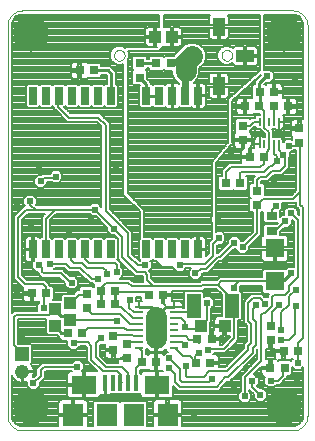
<source format=gbl>
G75*
%MOIN*%
%OFA0B0*%
%FSLAX24Y24*%
%IPPOS*%
%LPD*%
%AMOC8*
5,1,8,0,0,1.08239X$1,22.5*
%
%ADD10C,0.0000*%
%ADD11R,0.0250X0.0591*%
%ADD12R,0.0315X0.0315*%
%ADD13R,0.0591X0.0315*%
%ADD14R,0.0394X0.0591*%
%ADD15R,0.0591X0.0394*%
%ADD16R,0.0827X0.0630*%
%ADD17R,0.0157X0.0531*%
%ADD18R,0.0709X0.0748*%
%ADD19C,0.0709*%
%ADD20R,0.0315X0.0098*%
%ADD21R,0.0476X0.0476*%
%ADD22C,0.0476*%
%ADD23R,0.0394X0.0394*%
%ADD24R,0.0472X0.0787*%
%ADD25R,0.0630X0.0630*%
%ADD26R,0.0400X0.0400*%
%ADD27R,0.0079X0.0276*%
%ADD28R,0.0354X0.0276*%
%ADD29C,0.0079*%
%ADD30C,0.0100*%
%ADD31C,0.0240*%
%ADD32C,0.1181*%
%ADD33C,0.0700*%
%ADD34C,0.0236*%
%ADD35C,0.0080*%
D10*
X000301Y000700D02*
X000301Y013700D01*
X000303Y013744D01*
X000309Y013787D01*
X000318Y013829D01*
X000331Y013871D01*
X000348Y013911D01*
X000368Y013950D01*
X000391Y013987D01*
X000418Y014021D01*
X000447Y014054D01*
X000480Y014083D01*
X000514Y014110D01*
X000551Y014133D01*
X000590Y014153D01*
X000630Y014170D01*
X000672Y014183D01*
X000714Y014192D01*
X000757Y014198D01*
X000801Y014200D01*
X009801Y014200D01*
X009845Y014198D01*
X009888Y014192D01*
X009930Y014183D01*
X009972Y014170D01*
X010012Y014153D01*
X010051Y014133D01*
X010088Y014110D01*
X010122Y014083D01*
X010155Y014054D01*
X010184Y014021D01*
X010211Y013987D01*
X010234Y013950D01*
X010254Y013911D01*
X010271Y013871D01*
X010284Y013829D01*
X010293Y013787D01*
X010299Y013744D01*
X010301Y013700D01*
X010301Y000700D01*
X010299Y000656D01*
X010293Y000613D01*
X010284Y000571D01*
X010271Y000529D01*
X010254Y000489D01*
X010234Y000450D01*
X010211Y000413D01*
X010184Y000379D01*
X010155Y000346D01*
X010122Y000317D01*
X010088Y000290D01*
X010051Y000267D01*
X010012Y000247D01*
X009972Y000230D01*
X009930Y000217D01*
X009888Y000208D01*
X009845Y000202D01*
X009801Y000200D01*
X000801Y000200D01*
X000757Y000202D01*
X000714Y000208D01*
X000672Y000217D01*
X000630Y000230D01*
X000590Y000247D01*
X000551Y000267D01*
X000514Y000290D01*
X000480Y000317D01*
X000447Y000346D01*
X000418Y000379D01*
X000391Y000413D01*
X000368Y000450D01*
X000348Y000489D01*
X000331Y000529D01*
X000318Y000571D01*
X000309Y000613D01*
X000303Y000656D01*
X000301Y000700D01*
X003853Y012704D02*
X003855Y012730D01*
X003861Y012756D01*
X003870Y012780D01*
X003883Y012803D01*
X003900Y012823D01*
X003919Y012841D01*
X003941Y012856D01*
X003964Y012867D01*
X003989Y012875D01*
X004015Y012879D01*
X004041Y012879D01*
X004067Y012875D01*
X004092Y012867D01*
X004116Y012856D01*
X004137Y012841D01*
X004156Y012823D01*
X004173Y012803D01*
X004186Y012780D01*
X004195Y012756D01*
X004201Y012730D01*
X004203Y012704D01*
X004201Y012678D01*
X004195Y012652D01*
X004186Y012628D01*
X004173Y012605D01*
X004156Y012585D01*
X004137Y012567D01*
X004115Y012552D01*
X004092Y012541D01*
X004067Y012533D01*
X004041Y012529D01*
X004015Y012529D01*
X003989Y012533D01*
X003964Y012541D01*
X003940Y012552D01*
X003919Y012567D01*
X003900Y012585D01*
X003883Y012605D01*
X003870Y012628D01*
X003861Y012652D01*
X003855Y012678D01*
X003853Y012704D01*
X007436Y012704D02*
X007438Y012730D01*
X007444Y012756D01*
X007453Y012780D01*
X007466Y012803D01*
X007483Y012823D01*
X007502Y012841D01*
X007524Y012856D01*
X007547Y012867D01*
X007572Y012875D01*
X007598Y012879D01*
X007624Y012879D01*
X007650Y012875D01*
X007675Y012867D01*
X007699Y012856D01*
X007720Y012841D01*
X007739Y012823D01*
X007756Y012803D01*
X007769Y012780D01*
X007778Y012756D01*
X007784Y012730D01*
X007786Y012704D01*
X007784Y012678D01*
X007778Y012652D01*
X007769Y012628D01*
X007756Y012605D01*
X007739Y012585D01*
X007720Y012567D01*
X007698Y012552D01*
X007675Y012541D01*
X007650Y012533D01*
X007624Y012529D01*
X007598Y012529D01*
X007572Y012533D01*
X007547Y012541D01*
X007523Y012552D01*
X007502Y012567D01*
X007483Y012585D01*
X007466Y012605D01*
X007453Y012628D01*
X007444Y012652D01*
X007438Y012678D01*
X007436Y012704D01*
D11*
X006657Y011357D03*
X006223Y011357D03*
X005790Y011357D03*
X005357Y011357D03*
X004924Y011357D03*
X003743Y011357D03*
X003310Y011357D03*
X002877Y011357D03*
X002444Y011357D03*
X002011Y011357D03*
X001578Y011357D03*
X001145Y011357D03*
X001145Y006239D03*
X001578Y006239D03*
X002011Y006239D03*
X002444Y006239D03*
X002877Y006239D03*
X003310Y006239D03*
X003743Y006239D03*
X004924Y006239D03*
X005357Y006239D03*
X005790Y006239D03*
X006223Y006239D03*
X006657Y006239D03*
D12*
X005494Y004722D03*
X005022Y004722D03*
X003899Y004842D03*
X003899Y004402D03*
X003427Y004402D03*
X003427Y004842D03*
X002941Y004758D03*
X002941Y004285D03*
X002777Y003443D03*
X002304Y003443D03*
X001579Y004769D03*
X001107Y004769D03*
X003834Y003363D03*
X003834Y002891D03*
X004275Y003092D03*
X004275Y002619D03*
X004782Y002480D03*
X005254Y002480D03*
X006585Y002443D03*
X007057Y002443D03*
X007101Y003239D03*
X006628Y003239D03*
X009068Y003208D03*
X009068Y003681D03*
X009501Y002841D03*
X009973Y002841D03*
X009535Y002280D03*
X009063Y002280D03*
X008621Y007724D03*
X008621Y008196D03*
X008053Y008440D03*
X007581Y008440D03*
X008384Y009318D03*
X008857Y009318D03*
X008141Y009884D03*
X008141Y010356D03*
X008224Y011000D03*
X008697Y011000D03*
X008704Y011480D03*
X009177Y011480D03*
X009184Y011000D03*
X009657Y011000D03*
X010033Y010270D03*
X010033Y009797D03*
X005737Y012440D03*
X005264Y012440D03*
X004701Y012436D03*
X004701Y011964D03*
X003177Y012200D03*
X002704Y012200D03*
D13*
X006455Y012680D03*
D14*
X007341Y011696D03*
X007341Y013664D03*
D15*
X008226Y012680D03*
D16*
X005281Y001725D03*
X002840Y001725D03*
D17*
X003549Y001774D03*
X003805Y001774D03*
X004061Y001774D03*
X004317Y001774D03*
X004572Y001774D03*
D18*
X004513Y000721D03*
X003608Y000721D03*
X002486Y000721D03*
X005635Y000721D03*
D19*
X005261Y003287D02*
X005261Y003996D01*
D20*
X004670Y003937D03*
X004670Y004134D03*
X004670Y004330D03*
X004670Y003740D03*
X004670Y003543D03*
X004670Y003346D03*
X004670Y003149D03*
X004670Y002953D03*
X005851Y002953D03*
X005851Y003149D03*
X005851Y003346D03*
X005851Y003543D03*
X005851Y003740D03*
X005851Y003937D03*
X005851Y004134D03*
X005851Y004330D03*
D21*
X000797Y002754D03*
D22*
X000797Y002164D03*
D23*
X006749Y003681D03*
X007536Y003681D03*
D24*
X007771Y004364D03*
X006511Y004364D03*
D25*
X009210Y005169D03*
X009210Y006271D03*
D26*
X005776Y013320D03*
X005225Y013320D03*
X002381Y004440D03*
X002381Y003889D03*
X001888Y003687D03*
X001888Y004238D03*
D27*
X008706Y009746D03*
X008863Y009746D03*
X009021Y009746D03*
X009178Y009746D03*
X009336Y009746D03*
X009336Y010494D03*
X009178Y010494D03*
X009021Y010494D03*
X008863Y010494D03*
X008706Y010494D03*
D28*
X009109Y007358D03*
X009109Y006846D03*
D29*
X000447Y000630D02*
X000501Y000500D01*
X000600Y000400D01*
X000730Y000347D01*
X000801Y000340D01*
X001992Y000340D01*
X001992Y000681D01*
X002446Y000681D01*
X002446Y000760D01*
X001992Y000760D01*
X001992Y001113D01*
X002002Y001149D01*
X002020Y001180D01*
X002046Y001206D01*
X002078Y001225D01*
X002113Y001234D01*
X002446Y001234D01*
X002446Y000760D01*
X002525Y000760D01*
X002980Y000760D01*
X002980Y001113D01*
X002970Y001149D01*
X002952Y001180D01*
X002926Y001206D01*
X002894Y001225D01*
X002859Y001234D01*
X002525Y001234D01*
X002525Y000760D01*
X002525Y000681D01*
X002980Y000681D01*
X002980Y000340D01*
X003154Y000340D01*
X003154Y001136D01*
X003212Y001194D01*
X004003Y001194D01*
X004061Y001137D01*
X004118Y001194D01*
X004909Y001194D01*
X004967Y001136D01*
X004967Y000340D01*
X005142Y000340D01*
X005142Y000681D01*
X005596Y000681D01*
X005596Y000760D01*
X005142Y000760D01*
X005142Y001113D01*
X005151Y001149D01*
X005170Y001180D01*
X005196Y001206D01*
X005227Y001225D01*
X005263Y001234D01*
X005596Y001234D01*
X005596Y000760D01*
X005675Y000760D01*
X006129Y000760D01*
X006129Y001113D01*
X006120Y001149D01*
X006101Y001180D01*
X006075Y001206D01*
X006044Y001225D01*
X006008Y001234D01*
X005675Y001234D01*
X005675Y000760D01*
X005675Y000681D01*
X006129Y000681D01*
X006129Y000340D01*
X009801Y000340D01*
X009871Y000347D01*
X010001Y000400D01*
X010100Y000500D01*
X010154Y000630D01*
X010161Y000700D01*
X010161Y002310D01*
X010077Y002225D01*
X009895Y002225D01*
X009792Y002328D01*
X009792Y002082D01*
X009734Y002023D01*
X009613Y002023D01*
X009613Y001954D01*
X009531Y001873D01*
X009374Y001715D01*
X009252Y001715D01*
X009171Y001634D01*
X008989Y001634D01*
X008861Y001763D01*
X008861Y001945D01*
X008900Y001983D01*
X008887Y001983D01*
X008851Y001993D01*
X008819Y002011D01*
X008794Y002037D01*
X008775Y002069D01*
X008766Y002104D01*
X008766Y002241D01*
X009023Y002241D01*
X009023Y002320D01*
X009023Y002577D01*
X008904Y002577D01*
X008904Y002912D01*
X009028Y002912D01*
X009028Y003169D01*
X009107Y003169D01*
X009107Y002912D01*
X009204Y002912D01*
X009204Y002881D01*
X009461Y002881D01*
X009461Y002802D01*
X009204Y002802D01*
X009204Y002666D01*
X009213Y002630D01*
X009232Y002598D01*
X009258Y002572D01*
X009259Y002571D01*
X009238Y002577D01*
X009102Y002577D01*
X009102Y002320D01*
X009023Y002320D01*
X008766Y002320D01*
X008766Y002327D01*
X008511Y002073D01*
X008541Y002073D01*
X008670Y001945D01*
X008670Y001763D01*
X008605Y001698D01*
X008703Y001601D01*
X008817Y001601D01*
X008945Y001472D01*
X008945Y001290D01*
X008817Y001162D01*
X008635Y001162D01*
X008506Y001290D01*
X008506Y001404D01*
X008353Y001558D01*
X008353Y001513D01*
X008398Y001513D01*
X008353Y001513D02*
X008433Y001433D01*
X008433Y001251D01*
X008305Y001123D01*
X008123Y001123D01*
X007995Y001251D01*
X007995Y001433D01*
X008075Y001513D01*
X005834Y001513D01*
X005834Y001436D02*
X007998Y001436D01*
X007995Y001359D02*
X005825Y001359D01*
X005824Y001356D02*
X005834Y001391D01*
X005834Y001676D01*
X005910Y001599D01*
X005991Y001518D01*
X007217Y001518D01*
X007221Y001515D01*
X007274Y001518D01*
X007327Y001518D01*
X007330Y001522D01*
X007336Y001522D01*
X007370Y001562D01*
X007408Y001599D01*
X007408Y001605D01*
X007608Y001833D01*
X007701Y001833D01*
X008527Y002660D01*
X008609Y002741D01*
X008609Y002899D01*
X008626Y002916D01*
X008626Y002916D01*
X008626Y002581D01*
X008075Y002029D01*
X008075Y001513D01*
X008075Y001591D02*
X007399Y001591D01*
X007463Y001668D02*
X008075Y001668D01*
X008075Y001745D02*
X007531Y001745D01*
X007598Y001822D02*
X008075Y001822D01*
X008075Y001900D02*
X007767Y001900D01*
X007844Y001977D02*
X008075Y001977D01*
X008100Y002054D02*
X007921Y002054D01*
X007999Y002131D02*
X008177Y002131D01*
X008254Y002208D02*
X008076Y002208D01*
X008153Y002286D02*
X008332Y002286D01*
X008409Y002363D02*
X008230Y002363D01*
X008308Y002440D02*
X008486Y002440D01*
X008563Y002517D02*
X008385Y002517D01*
X008462Y002595D02*
X008626Y002595D01*
X008626Y002672D02*
X008539Y002672D01*
X008609Y002749D02*
X008626Y002749D01*
X008626Y002826D02*
X008609Y002826D01*
X008614Y002904D02*
X008626Y002904D01*
X008568Y003055D02*
X008568Y003822D01*
X008490Y003901D01*
X008490Y004255D01*
X008588Y004373D01*
X008490Y004610D02*
X008332Y004452D01*
X008332Y003842D01*
X008411Y003763D01*
X008411Y003114D01*
X008312Y003015D01*
X008312Y002877D01*
X007604Y002169D01*
X007009Y002169D01*
X006836Y001972D01*
X006285Y001972D01*
X006246Y002011D01*
X006246Y002366D01*
X006049Y002247D02*
X006049Y001893D01*
X006127Y001814D01*
X007001Y001814D01*
X007108Y001933D01*
X007269Y001657D02*
X006049Y001657D01*
X005891Y001814D01*
X005891Y002090D01*
X005694Y002287D01*
X005492Y002179D02*
X005320Y002179D01*
X005320Y001764D01*
X005242Y001764D01*
X005242Y002179D01*
X004849Y002179D01*
X004814Y002170D01*
X004782Y002151D01*
X004756Y002125D01*
X004738Y002094D01*
X004711Y002120D01*
X004711Y002213D01*
X004721Y002223D01*
X004981Y002223D01*
X004990Y002232D01*
X005011Y002211D01*
X005043Y002192D01*
X005079Y002183D01*
X005215Y002183D01*
X005215Y002440D01*
X005294Y002440D01*
X005294Y002183D01*
X005430Y002183D01*
X005466Y002192D01*
X005475Y002198D01*
X005475Y002196D01*
X005492Y002179D01*
X005320Y002131D02*
X005242Y002131D01*
X005242Y002054D02*
X005320Y002054D01*
X005320Y001977D02*
X005242Y001977D01*
X005242Y001900D02*
X005320Y001900D01*
X005320Y001822D02*
X005242Y001822D01*
X005242Y001685D02*
X005320Y001685D01*
X005320Y001270D01*
X005713Y001270D01*
X005748Y001280D01*
X005780Y001298D01*
X005806Y001324D01*
X005824Y001356D01*
X005751Y001282D02*
X007995Y001282D01*
X008041Y001204D02*
X006077Y001204D01*
X006125Y001127D02*
X008119Y001127D01*
X008309Y001127D02*
X010161Y001127D01*
X010161Y001050D02*
X006129Y001050D01*
X006129Y000973D02*
X010161Y000973D01*
X010161Y000895D02*
X006129Y000895D01*
X006129Y000818D02*
X010161Y000818D01*
X010161Y000741D02*
X005675Y000741D01*
X005675Y000818D02*
X005596Y000818D01*
X005596Y000741D02*
X004967Y000741D01*
X004967Y000818D02*
X005142Y000818D01*
X005142Y000895D02*
X004967Y000895D01*
X004967Y000973D02*
X005142Y000973D01*
X005142Y001050D02*
X004967Y001050D01*
X004967Y001127D02*
X005145Y001127D01*
X005193Y001204D02*
X002928Y001204D01*
X002880Y001270D02*
X003272Y001270D01*
X003307Y001280D01*
X003339Y001298D01*
X003365Y001324D01*
X003383Y001356D01*
X003393Y001391D01*
X003393Y001392D01*
X003416Y001378D01*
X003452Y001369D01*
X003549Y001369D01*
X003646Y001369D01*
X003681Y001378D01*
X003713Y001397D01*
X003725Y001409D01*
X003925Y001409D01*
X003933Y001417D01*
X003941Y001409D01*
X004181Y001409D01*
X004189Y001417D01*
X004197Y001409D01*
X004436Y001409D01*
X004444Y001417D01*
X004453Y001409D01*
X004692Y001409D01*
X004728Y001445D01*
X004728Y001391D01*
X004738Y001356D01*
X004756Y001324D01*
X004782Y001298D01*
X004814Y001280D01*
X004849Y001270D01*
X005242Y001270D01*
X005242Y001685D01*
X005242Y001668D02*
X005320Y001668D01*
X005320Y001591D02*
X005242Y001591D01*
X005242Y001513D02*
X005320Y001513D01*
X005320Y001436D02*
X005242Y001436D01*
X005242Y001359D02*
X005320Y001359D01*
X005320Y001282D02*
X005242Y001282D01*
X005596Y001204D02*
X005675Y001204D01*
X005675Y001127D02*
X005596Y001127D01*
X005596Y001050D02*
X005675Y001050D01*
X005675Y000973D02*
X005596Y000973D01*
X005596Y000895D02*
X005675Y000895D01*
X006129Y000664D02*
X010158Y000664D01*
X010136Y000586D02*
X006129Y000586D01*
X006129Y000509D02*
X010104Y000509D01*
X010033Y000432D02*
X006129Y000432D01*
X006129Y000355D02*
X009891Y000355D01*
X010161Y001204D02*
X008859Y001204D01*
X008936Y001282D02*
X010161Y001282D01*
X010161Y001359D02*
X008945Y001359D01*
X008945Y001436D02*
X010161Y001436D01*
X010161Y001513D02*
X008904Y001513D01*
X008827Y001591D02*
X010161Y001591D01*
X010161Y001668D02*
X009204Y001668D01*
X009316Y001854D02*
X009080Y001854D01*
X008956Y001668D02*
X008636Y001668D01*
X008652Y001745D02*
X008879Y001745D01*
X008861Y001822D02*
X008670Y001822D01*
X008670Y001900D02*
X008861Y001900D01*
X008893Y001977D02*
X008637Y001977D01*
X008560Y002054D02*
X008784Y002054D01*
X008766Y002131D02*
X008570Y002131D01*
X008647Y002208D02*
X008766Y002208D01*
X008724Y002286D02*
X009023Y002286D01*
X009023Y002363D02*
X009102Y002363D01*
X009102Y002440D02*
X009023Y002440D01*
X009023Y002517D02*
X009102Y002517D01*
X009235Y002595D02*
X008904Y002595D01*
X008904Y002672D02*
X009204Y002672D01*
X009204Y002749D02*
X008904Y002749D01*
X008904Y002826D02*
X009461Y002826D01*
X009461Y002802D02*
X009540Y002802D01*
X009540Y002545D01*
X009676Y002545D01*
X009712Y002554D01*
X009744Y002572D01*
X009765Y002594D01*
X009774Y002585D01*
X009816Y002585D01*
X009766Y002535D01*
X009766Y002504D01*
X009734Y002537D01*
X009336Y002537D01*
X009327Y002528D01*
X009306Y002549D01*
X009304Y002550D01*
X009325Y002545D01*
X009461Y002545D01*
X009461Y002802D01*
X009461Y002749D02*
X009540Y002749D01*
X009540Y002672D02*
X009461Y002672D01*
X009461Y002595D02*
X009540Y002595D01*
X009753Y002517D02*
X009766Y002517D01*
X009973Y002457D02*
X009973Y002841D01*
X009986Y002933D01*
X009986Y003114D01*
X010143Y003271D01*
X010143Y007641D01*
X010064Y007720D01*
X010064Y008153D01*
X009828Y007917D01*
X008813Y007917D01*
X008621Y007724D01*
X008608Y007711D02*
X008608Y006775D01*
X008135Y006303D01*
X008291Y006148D02*
X008756Y006148D01*
X008756Y006225D02*
X008355Y006225D01*
X008355Y006212D02*
X008355Y006326D01*
X008746Y006718D01*
X008746Y007467D01*
X008819Y007467D01*
X008832Y007480D01*
X008832Y007179D01*
X008890Y007121D01*
X009308Y007121D01*
X009271Y007083D01*
X008890Y007083D01*
X008832Y007025D01*
X008832Y006711D01*
X008809Y006698D01*
X008783Y006672D01*
X008765Y006640D01*
X008756Y006605D01*
X008756Y006311D01*
X009171Y006311D01*
X009171Y006232D01*
X009249Y006232D01*
X009249Y005817D01*
X009543Y005817D01*
X009579Y005827D01*
X009610Y005845D01*
X009636Y005871D01*
X009655Y005903D01*
X009664Y005938D01*
X009664Y006232D01*
X009249Y006232D01*
X009249Y006311D01*
X009664Y006311D01*
X009664Y006605D01*
X009655Y006640D01*
X009636Y006672D01*
X009610Y006698D01*
X009579Y006716D01*
X009543Y006726D01*
X009385Y006726D01*
X009385Y006805D01*
X009529Y006949D01*
X009643Y006949D01*
X009772Y007078D01*
X009772Y007225D01*
X009773Y007225D01*
X009847Y007151D01*
X009847Y005649D01*
X009840Y005656D01*
X009659Y005656D01*
X009576Y005573D01*
X009566Y005583D01*
X008854Y005583D01*
X008796Y005525D01*
X008796Y005308D01*
X008022Y005308D01*
X007969Y005311D01*
X007965Y005308D01*
X007358Y005308D01*
X007276Y005227D01*
X007251Y005201D01*
X006759Y005201D01*
X006700Y005142D01*
X005220Y005142D01*
X005085Y005277D01*
X005085Y005455D01*
X005013Y005527D01*
X005107Y005621D01*
X005107Y005803D01*
X005065Y005845D01*
X005090Y005845D01*
X005141Y005895D01*
X005191Y005845D01*
X005259Y005845D01*
X005361Y005743D01*
X005443Y005661D01*
X005829Y005661D01*
X005829Y005621D01*
X005958Y005493D01*
X006140Y005493D01*
X006260Y005613D01*
X006426Y005613D01*
X006341Y005527D01*
X006341Y005346D01*
X006470Y005217D01*
X006651Y005217D01*
X006780Y005346D01*
X006780Y005420D01*
X006815Y005455D01*
X006972Y005455D01*
X007366Y005849D01*
X007445Y005849D01*
X007837Y006241D01*
X007916Y006241D01*
X007916Y006212D01*
X008044Y006083D01*
X008226Y006083D01*
X008355Y006212D01*
X008355Y006302D02*
X009171Y006302D01*
X009171Y006232D02*
X008756Y006232D01*
X008756Y005938D01*
X008765Y005903D01*
X008783Y005871D01*
X008809Y005845D01*
X008841Y005827D01*
X008877Y005817D01*
X009171Y005817D01*
X009171Y006232D01*
X009171Y006225D02*
X009249Y006225D01*
X009249Y006302D02*
X009847Y006302D01*
X009847Y006225D02*
X009664Y006225D01*
X009664Y006148D02*
X009847Y006148D01*
X009847Y006071D02*
X009664Y006071D01*
X009664Y005993D02*
X009847Y005993D01*
X009847Y005916D02*
X009658Y005916D01*
X009600Y005839D02*
X009847Y005839D01*
X009847Y005762D02*
X007279Y005762D01*
X007356Y005839D02*
X008820Y005839D01*
X008762Y005916D02*
X007512Y005916D01*
X007589Y005993D02*
X008756Y005993D01*
X008756Y006071D02*
X007666Y006071D01*
X007744Y006148D02*
X007980Y006148D01*
X007916Y006225D02*
X007821Y006225D01*
X007860Y006460D02*
X007387Y005988D01*
X007309Y005988D01*
X006915Y005594D01*
X006757Y005594D01*
X006600Y005436D01*
X006560Y005436D01*
X006732Y005298D02*
X007348Y005298D01*
X007271Y005221D02*
X006655Y005221D01*
X006701Y005144D02*
X005219Y005144D01*
X005142Y005221D02*
X006466Y005221D01*
X006389Y005298D02*
X005085Y005298D01*
X005085Y005375D02*
X006341Y005375D01*
X006341Y005453D02*
X005085Y005453D01*
X005015Y005530D02*
X005921Y005530D01*
X005843Y005607D02*
X005092Y005607D01*
X005107Y005684D02*
X005419Y005684D01*
X005342Y005762D02*
X005107Y005762D01*
X005071Y005839D02*
X005265Y005839D01*
X004887Y005712D02*
X004651Y005712D01*
X004316Y006027D01*
X004316Y006775D01*
X003568Y007523D01*
X003568Y010397D01*
X003332Y010633D01*
X002348Y010633D01*
X001994Y010988D01*
X001994Y011340D01*
X002011Y011357D01*
X002227Y011013D02*
X002196Y010982D01*
X002405Y010772D01*
X003390Y010772D01*
X003471Y010691D01*
X003707Y010455D01*
X003707Y007581D01*
X004455Y006833D01*
X004455Y006087D01*
X004706Y005851D01*
X004716Y005851D01*
X004734Y005869D01*
X004700Y005903D01*
X004700Y006576D01*
X004721Y006597D01*
X004721Y007503D01*
X004161Y008063D01*
X004161Y012419D01*
X004091Y012390D01*
X003966Y012390D01*
X003850Y012438D01*
X003762Y012526D01*
X003714Y012641D01*
X003714Y012767D01*
X003762Y012882D01*
X003850Y012971D01*
X003966Y013018D01*
X004091Y013018D01*
X004206Y012971D01*
X004220Y012957D01*
X004243Y012980D01*
X005283Y012980D01*
X005284Y012981D01*
X005264Y012981D01*
X005264Y013281D01*
X005186Y013281D01*
X005186Y012981D01*
X005007Y012981D01*
X004971Y012990D01*
X004939Y013009D01*
X004914Y013035D01*
X004895Y013066D01*
X004886Y013102D01*
X004886Y013281D01*
X005186Y013281D01*
X005186Y013360D01*
X005186Y013660D01*
X005007Y013660D01*
X004971Y013650D01*
X004939Y013632D01*
X004914Y013606D01*
X004895Y013574D01*
X004886Y013539D01*
X004886Y013360D01*
X005186Y013360D01*
X005264Y013360D01*
X005264Y013660D01*
X005361Y013660D01*
X005361Y014061D01*
X000801Y014061D01*
X000730Y014054D01*
X000600Y014000D01*
X000501Y013901D01*
X000447Y013771D01*
X000440Y013700D01*
X000440Y004118D01*
X000519Y004197D01*
X001289Y004197D01*
X001282Y004204D01*
X001282Y004386D01*
X001363Y004466D01*
X001363Y004513D01*
X001350Y004500D01*
X001318Y004482D01*
X001283Y004472D01*
X001146Y004472D01*
X001146Y004730D01*
X001068Y004730D01*
X001068Y004472D01*
X000931Y004472D01*
X000896Y004482D01*
X000864Y004500D01*
X000838Y004526D01*
X000820Y004558D01*
X000810Y004593D01*
X000810Y004730D01*
X001068Y004730D01*
X001068Y004808D01*
X000810Y004808D01*
X000810Y004945D01*
X000815Y004962D01*
X000597Y005180D01*
X000516Y005261D01*
X000516Y007344D01*
X000792Y007620D01*
X000792Y007620D01*
X000873Y007701D01*
X000875Y007701D01*
X000829Y007747D01*
X000829Y007929D01*
X000958Y008057D01*
X001140Y008057D01*
X001268Y007929D01*
X001268Y007747D01*
X001254Y007733D01*
X001294Y007701D01*
X003043Y007701D01*
X003123Y007782D01*
X003305Y007782D01*
X003430Y007657D01*
X003430Y010340D01*
X003275Y010495D01*
X002290Y010495D01*
X001936Y010849D01*
X001855Y010930D01*
X001855Y010963D01*
X001845Y010963D01*
X001794Y011013D01*
X001744Y010963D01*
X001412Y010963D01*
X001361Y011013D01*
X001311Y010963D01*
X000979Y010963D01*
X000920Y011021D01*
X000920Y011694D01*
X000979Y011752D01*
X001311Y011752D01*
X001361Y011702D01*
X001412Y011752D01*
X001744Y011752D01*
X001794Y011702D01*
X001845Y011752D01*
X002177Y011752D01*
X002227Y011702D01*
X002278Y011752D01*
X002610Y011752D01*
X002660Y011702D01*
X002711Y011752D01*
X003043Y011752D01*
X003094Y011702D01*
X003144Y011752D01*
X003476Y011752D01*
X003527Y011702D01*
X003577Y011752D01*
X003616Y011752D01*
X003616Y012028D01*
X003593Y012051D01*
X003434Y012051D01*
X003434Y012002D01*
X003375Y011943D01*
X002978Y011943D01*
X002969Y011953D01*
X002947Y011931D01*
X002916Y011913D01*
X002880Y011903D01*
X002744Y011903D01*
X002744Y012161D01*
X002665Y012161D01*
X002408Y012161D01*
X002408Y012024D01*
X002417Y011989D01*
X002435Y011957D01*
X002461Y011931D01*
X002493Y011913D01*
X002529Y011903D01*
X002665Y011903D01*
X002665Y012161D01*
X002665Y012240D01*
X002665Y012497D01*
X002529Y012497D01*
X002493Y012488D01*
X002461Y012469D01*
X002435Y012443D01*
X002417Y012412D01*
X002408Y012376D01*
X002408Y012240D01*
X002665Y012240D01*
X002744Y012240D01*
X002744Y012497D01*
X002880Y012497D01*
X002916Y012488D01*
X002947Y012469D01*
X002969Y012448D01*
X002978Y012457D01*
X003375Y012457D01*
X003434Y012399D01*
X003434Y012350D01*
X003717Y012350D01*
X003827Y012239D01*
X003915Y012152D01*
X003915Y011747D01*
X003968Y011694D01*
X003968Y011021D01*
X003909Y010963D01*
X003577Y010963D01*
X003527Y011013D01*
X003476Y010963D01*
X003144Y010963D01*
X003094Y011013D01*
X003043Y010963D01*
X002711Y010963D01*
X002660Y011013D01*
X002610Y010963D01*
X002278Y010963D01*
X002227Y011013D01*
X002241Y010937D02*
X004161Y010937D01*
X004161Y011014D02*
X003960Y011014D01*
X003968Y011091D02*
X004161Y011091D01*
X004161Y011168D02*
X003968Y011168D01*
X003968Y011246D02*
X004161Y011246D01*
X004161Y011323D02*
X003968Y011323D01*
X003968Y011400D02*
X004161Y011400D01*
X004161Y011477D02*
X003968Y011477D01*
X003968Y011555D02*
X004161Y011555D01*
X004161Y011632D02*
X003968Y011632D01*
X003952Y011709D02*
X004161Y011709D01*
X004161Y011786D02*
X003915Y011786D01*
X003915Y011864D02*
X004161Y011864D01*
X004161Y011941D02*
X003915Y011941D01*
X003915Y012018D02*
X004161Y012018D01*
X004161Y012095D02*
X003915Y012095D01*
X003894Y012172D02*
X004161Y012172D01*
X004161Y012250D02*
X003817Y012250D01*
X003739Y012327D02*
X004161Y012327D01*
X004161Y012404D02*
X004126Y012404D01*
X003930Y012404D02*
X003428Y012404D01*
X003434Y012018D02*
X003616Y012018D01*
X003616Y011941D02*
X002957Y011941D01*
X003086Y011709D02*
X003101Y011709D01*
X002744Y011941D02*
X002665Y011941D01*
X002665Y012018D02*
X002744Y012018D01*
X002744Y012095D02*
X002665Y012095D01*
X002665Y012172D02*
X000440Y012172D01*
X000440Y012095D02*
X002408Y012095D01*
X002409Y012018D02*
X000440Y012018D01*
X000440Y011941D02*
X002452Y011941D01*
X002653Y011709D02*
X002668Y011709D01*
X002665Y012250D02*
X002744Y012250D01*
X002744Y012327D02*
X002665Y012327D01*
X002665Y012404D02*
X002744Y012404D01*
X002744Y012481D02*
X002665Y012481D01*
X002483Y012481D02*
X000440Y012481D01*
X000440Y012404D02*
X002415Y012404D01*
X002408Y012327D02*
X000440Y012327D01*
X000440Y012250D02*
X002408Y012250D01*
X002235Y011709D02*
X002220Y011709D01*
X001802Y011709D02*
X001787Y011709D01*
X001369Y011709D02*
X001354Y011709D01*
X000936Y011709D02*
X000440Y011709D01*
X000440Y011632D02*
X000920Y011632D01*
X000920Y011555D02*
X000440Y011555D01*
X000440Y011477D02*
X000920Y011477D01*
X000920Y011400D02*
X000440Y011400D01*
X000440Y011323D02*
X000920Y011323D01*
X000920Y011246D02*
X000440Y011246D01*
X000440Y011168D02*
X000920Y011168D01*
X000920Y011091D02*
X000440Y011091D01*
X000440Y011014D02*
X000927Y011014D01*
X000440Y010937D02*
X001855Y010937D01*
X001926Y010859D02*
X000440Y010859D01*
X000440Y010782D02*
X002003Y010782D01*
X002080Y010705D02*
X000440Y010705D01*
X000440Y010628D02*
X002157Y010628D01*
X002235Y010550D02*
X000440Y010550D01*
X000440Y010473D02*
X003296Y010473D01*
X003373Y010396D02*
X000440Y010396D01*
X000440Y010319D02*
X003430Y010319D01*
X003430Y010241D02*
X000440Y010241D01*
X000440Y010164D02*
X003430Y010164D01*
X003430Y010087D02*
X000440Y010087D01*
X000440Y010010D02*
X003430Y010010D01*
X003430Y009933D02*
X000440Y009933D01*
X000440Y009855D02*
X003430Y009855D01*
X003430Y009778D02*
X000440Y009778D01*
X000440Y009701D02*
X003430Y009701D01*
X003430Y009624D02*
X000440Y009624D01*
X000440Y009546D02*
X003430Y009546D01*
X003430Y009469D02*
X000440Y009469D01*
X000440Y009392D02*
X003430Y009392D01*
X003430Y009315D02*
X000440Y009315D01*
X000440Y009237D02*
X003430Y009237D01*
X003430Y009160D02*
X000440Y009160D01*
X000440Y009083D02*
X003430Y009083D01*
X003430Y009006D02*
X000440Y009006D01*
X000440Y008928D02*
X003430Y008928D01*
X003430Y008851D02*
X002039Y008851D01*
X002006Y008884D02*
X001824Y008884D01*
X001704Y008764D01*
X001444Y008764D01*
X001406Y008727D01*
X001312Y008727D01*
X001184Y008598D01*
X001184Y008416D01*
X001312Y008288D01*
X001494Y008288D01*
X001622Y008416D01*
X001622Y008487D01*
X001783Y008487D01*
X001824Y008445D01*
X002006Y008445D01*
X002134Y008574D01*
X002134Y008756D01*
X002006Y008884D01*
X002116Y008774D02*
X003430Y008774D01*
X003430Y008697D02*
X002134Y008697D01*
X002134Y008619D02*
X003430Y008619D01*
X003430Y008542D02*
X002102Y008542D01*
X002025Y008465D02*
X003430Y008465D01*
X003430Y008388D02*
X001594Y008388D01*
X001622Y008465D02*
X001804Y008465D01*
X001875Y008625D02*
X001915Y008665D01*
X001875Y008625D02*
X001501Y008625D01*
X001403Y008527D01*
X001403Y008507D01*
X001516Y008310D02*
X003430Y008310D01*
X003430Y008233D02*
X000440Y008233D01*
X000440Y008156D02*
X003430Y008156D01*
X003430Y008079D02*
X000440Y008079D01*
X000440Y008002D02*
X000902Y008002D01*
X000829Y007924D02*
X000440Y007924D01*
X000440Y007847D02*
X000829Y007847D01*
X000829Y007770D02*
X000440Y007770D01*
X000440Y007693D02*
X000864Y007693D01*
X000787Y007615D02*
X000440Y007615D01*
X000440Y007538D02*
X000710Y007538D01*
X000633Y007461D02*
X000440Y007461D01*
X000440Y007384D02*
X000555Y007384D01*
X000516Y007306D02*
X000440Y007306D01*
X000440Y007229D02*
X000516Y007229D01*
X000516Y007152D02*
X000440Y007152D01*
X000440Y007075D02*
X000516Y007075D01*
X000516Y006997D02*
X000440Y006997D01*
X000440Y006920D02*
X000516Y006920D01*
X000516Y006843D02*
X000440Y006843D01*
X000440Y006766D02*
X000516Y006766D01*
X000516Y006688D02*
X000440Y006688D01*
X000440Y006611D02*
X000516Y006611D01*
X000516Y006534D02*
X000440Y006534D01*
X000440Y006457D02*
X000516Y006457D01*
X000516Y006379D02*
X000440Y006379D01*
X000440Y006302D02*
X000516Y006302D01*
X000516Y006225D02*
X000440Y006225D01*
X000440Y006148D02*
X000516Y006148D01*
X000516Y006071D02*
X000440Y006071D01*
X000440Y005993D02*
X000516Y005993D01*
X000516Y005916D02*
X000440Y005916D01*
X000440Y005839D02*
X000516Y005839D01*
X000516Y005762D02*
X000440Y005762D01*
X000440Y005684D02*
X000516Y005684D01*
X000516Y005607D02*
X000440Y005607D01*
X000440Y005530D02*
X000516Y005530D01*
X000516Y005453D02*
X000440Y005453D01*
X000440Y005375D02*
X000516Y005375D01*
X000516Y005298D02*
X000440Y005298D01*
X000440Y005221D02*
X000556Y005221D01*
X000633Y005144D02*
X000440Y005144D01*
X000440Y005066D02*
X000711Y005066D01*
X000788Y004989D02*
X000440Y004989D01*
X000440Y004912D02*
X000810Y004912D01*
X000810Y004835D02*
X000440Y004835D01*
X000440Y004757D02*
X001068Y004757D01*
X001068Y004680D02*
X001146Y004680D01*
X001146Y004603D02*
X001068Y004603D01*
X001068Y004526D02*
X001146Y004526D01*
X001282Y004371D02*
X000440Y004371D01*
X000440Y004294D02*
X001282Y004294D01*
X001282Y004217D02*
X000440Y004217D01*
X000440Y004139D02*
X000461Y004139D01*
X000576Y004059D02*
X000517Y003999D01*
X000517Y003035D01*
X000797Y002754D01*
X000656Y003091D02*
X000655Y003092D01*
X000655Y003920D01*
X001588Y003920D01*
X001588Y003446D01*
X001646Y003388D01*
X001935Y003388D01*
X001935Y003382D01*
X001973Y003343D01*
X002007Y003301D01*
X002016Y003300D01*
X002022Y003294D01*
X002048Y003294D01*
X002048Y003245D01*
X002106Y003187D01*
X002286Y003187D01*
X002286Y003019D01*
X002414Y002890D01*
X002596Y002890D01*
X002715Y003009D01*
X002913Y003009D01*
X002957Y002965D01*
X002957Y002505D01*
X003038Y002424D01*
X003287Y002175D01*
X003272Y002179D01*
X002880Y002179D01*
X002880Y001764D01*
X002801Y001764D01*
X002801Y002179D01*
X002787Y002179D01*
X002843Y002235D01*
X002843Y002417D01*
X002714Y002546D01*
X002533Y002546D01*
X002452Y002465D01*
X001464Y002465D01*
X001382Y002384D01*
X001382Y002384D01*
X001346Y002347D01*
X001264Y002266D01*
X001264Y002069D01*
X001190Y001994D01*
X001136Y001994D01*
X001160Y002054D01*
X001250Y002054D01*
X001264Y002131D02*
X001174Y002131D01*
X001174Y002134D02*
X000827Y002134D01*
X000827Y002193D01*
X001174Y002193D01*
X001174Y002201D01*
X001160Y002274D01*
X001132Y002342D01*
X001090Y002404D01*
X001077Y002417D01*
X001134Y002475D01*
X001134Y003033D01*
X001076Y003091D01*
X000656Y003091D01*
X000655Y003135D02*
X002286Y003135D01*
X002286Y003058D02*
X001109Y003058D01*
X001134Y002981D02*
X002324Y002981D01*
X002401Y002904D02*
X001134Y002904D01*
X001134Y002826D02*
X002957Y002826D01*
X002957Y002749D02*
X001134Y002749D01*
X001134Y002672D02*
X002957Y002672D01*
X002957Y002595D02*
X001134Y002595D01*
X001134Y002517D02*
X002504Y002517D01*
X002623Y002326D02*
X001521Y002326D01*
X001403Y002208D01*
X001403Y002011D01*
X001167Y001775D01*
X001293Y001591D02*
X002287Y001591D01*
X002287Y001668D02*
X001370Y001668D01*
X001386Y001684D02*
X001258Y001556D01*
X001076Y001556D01*
X000947Y001684D01*
X000947Y001817D01*
X000907Y001801D01*
X000834Y001786D01*
X000827Y001786D01*
X000827Y002134D01*
X000768Y002134D01*
X000768Y001786D01*
X000760Y001786D01*
X000687Y001801D01*
X000619Y001829D01*
X000557Y001871D01*
X000504Y001923D01*
X000463Y001985D01*
X000440Y002041D01*
X000440Y000700D01*
X000447Y000630D01*
X000444Y000664D02*
X001992Y000664D01*
X001992Y000586D02*
X000465Y000586D01*
X000497Y000509D02*
X001992Y000509D01*
X001992Y000432D02*
X000569Y000432D01*
X000711Y000355D02*
X001992Y000355D01*
X001992Y000818D02*
X000440Y000818D01*
X000440Y000741D02*
X002446Y000741D01*
X002446Y000818D02*
X002525Y000818D01*
X002525Y000741D02*
X003154Y000741D01*
X003154Y000818D02*
X002980Y000818D01*
X002980Y000895D02*
X003154Y000895D01*
X003154Y000973D02*
X002980Y000973D01*
X002980Y001050D02*
X003154Y001050D01*
X003154Y001127D02*
X002976Y001127D01*
X002880Y001270D02*
X002880Y001685D01*
X002801Y001685D01*
X002801Y001270D01*
X002408Y001270D01*
X002373Y001280D01*
X002341Y001298D01*
X002315Y001324D01*
X002297Y001356D01*
X002287Y001391D01*
X002287Y001685D01*
X002801Y001685D01*
X002801Y001764D01*
X002287Y001764D01*
X002287Y002058D01*
X002297Y002094D01*
X002315Y002125D01*
X002341Y002151D01*
X002373Y002170D01*
X002408Y002179D01*
X002460Y002179D01*
X002452Y002187D01*
X001579Y002187D01*
X001542Y002151D01*
X001542Y001954D01*
X001386Y001798D01*
X001386Y001684D01*
X001386Y001745D02*
X002801Y001745D01*
X002801Y001668D02*
X002880Y001668D01*
X002880Y001591D02*
X002801Y001591D01*
X002801Y001513D02*
X002880Y001513D01*
X002880Y001436D02*
X002801Y001436D01*
X002801Y001359D02*
X002880Y001359D01*
X002880Y001282D02*
X002801Y001282D01*
X002525Y001204D02*
X002446Y001204D01*
X002446Y001127D02*
X002525Y001127D01*
X002525Y001050D02*
X002446Y001050D01*
X002446Y000973D02*
X002525Y000973D01*
X002525Y000895D02*
X002446Y000895D01*
X002370Y001282D02*
X000440Y001282D01*
X000440Y001359D02*
X002296Y001359D01*
X002287Y001436D02*
X000440Y001436D01*
X000440Y001513D02*
X002287Y001513D01*
X002287Y001822D02*
X001410Y001822D01*
X001487Y001900D02*
X002287Y001900D01*
X002287Y001977D02*
X001542Y001977D01*
X001542Y002054D02*
X002287Y002054D01*
X002321Y002131D02*
X001542Y002131D01*
X001362Y002363D02*
X001118Y002363D01*
X001100Y002440D02*
X001439Y002440D01*
X001284Y002286D02*
X001155Y002286D01*
X001173Y002208D02*
X001264Y002208D01*
X001174Y002134D02*
X001174Y002126D01*
X001160Y002054D01*
X000947Y001745D02*
X000440Y001745D01*
X000440Y001668D02*
X000964Y001668D01*
X001041Y001591D02*
X000440Y001591D01*
X000440Y001822D02*
X000636Y001822D01*
X000768Y001822D02*
X000827Y001822D01*
X000827Y001900D02*
X000768Y001900D01*
X000768Y001977D02*
X000827Y001977D01*
X000827Y002054D02*
X000768Y002054D01*
X000768Y002131D02*
X000827Y002131D01*
X000528Y001900D02*
X000440Y001900D01*
X000440Y001977D02*
X000469Y001977D01*
X000440Y001204D02*
X002044Y001204D01*
X001996Y001127D02*
X000440Y001127D01*
X000440Y001050D02*
X001992Y001050D01*
X001992Y000973D02*
X000440Y000973D01*
X000440Y000895D02*
X001992Y000895D01*
X002801Y001822D02*
X002880Y001822D01*
X002880Y001900D02*
X002801Y001900D01*
X002801Y001977D02*
X002880Y001977D01*
X002880Y002054D02*
X002801Y002054D01*
X002801Y002131D02*
X002880Y002131D01*
X002816Y002208D02*
X003254Y002208D01*
X003176Y002286D02*
X002843Y002286D01*
X002843Y002363D02*
X003099Y002363D01*
X003022Y002440D02*
X002820Y002440D01*
X002742Y002517D02*
X002957Y002517D01*
X003096Y002562D02*
X003096Y003022D01*
X002971Y003148D01*
X002539Y003148D01*
X002505Y003110D01*
X002610Y002904D02*
X002957Y002904D01*
X002941Y002981D02*
X002687Y002981D01*
X002777Y003443D02*
X002979Y003625D01*
X004198Y003625D01*
X004281Y003543D01*
X004670Y003543D01*
X004670Y003346D02*
X004556Y003346D01*
X004434Y003389D01*
X003899Y003389D01*
X003834Y003363D01*
X003545Y003095D02*
X003537Y003067D01*
X003537Y002930D01*
X003795Y002930D01*
X003795Y002852D01*
X003537Y002852D01*
X003537Y002715D01*
X003547Y002680D01*
X003565Y002648D01*
X003591Y002622D01*
X003623Y002604D01*
X003658Y002594D01*
X003795Y002594D01*
X003795Y002852D01*
X003874Y002852D01*
X003874Y002594D01*
X004010Y002594D01*
X004045Y002604D01*
X004077Y002622D01*
X004103Y002648D01*
X004109Y002659D01*
X004235Y002659D01*
X004235Y002580D01*
X003978Y002580D01*
X003978Y002465D01*
X003626Y002465D01*
X003392Y002699D01*
X003392Y003052D01*
X003502Y003052D01*
X003545Y003095D01*
X003537Y003058D02*
X003508Y003058D01*
X003537Y002981D02*
X003392Y002981D01*
X003392Y002904D02*
X003795Y002904D01*
X003795Y002826D02*
X003874Y002826D01*
X003874Y002749D02*
X003795Y002749D01*
X003795Y002672D02*
X003874Y002672D01*
X003874Y002595D02*
X003795Y002595D01*
X003656Y002595D02*
X003496Y002595D01*
X003551Y002672D02*
X003419Y002672D01*
X003392Y002749D02*
X003537Y002749D01*
X003537Y002826D02*
X003392Y002826D01*
X003253Y002641D02*
X003253Y003114D01*
X003411Y003271D01*
X003253Y002641D02*
X003568Y002326D01*
X004120Y002326D01*
X004316Y002129D01*
X004316Y001814D01*
X004080Y001833D02*
X004080Y002051D01*
X003962Y002169D01*
X003490Y002169D01*
X003096Y002562D01*
X003573Y002517D02*
X003978Y002517D01*
X004012Y002595D02*
X004235Y002595D01*
X004572Y002270D02*
X004782Y002480D01*
X004789Y002487D02*
X004789Y002834D01*
X004670Y002953D01*
X004670Y003149D02*
X004333Y003149D01*
X004275Y003092D01*
X004399Y003740D02*
X004041Y004098D01*
X003128Y004098D01*
X002941Y004285D01*
X002911Y004728D02*
X002668Y004728D01*
X002381Y004440D01*
X002484Y004740D02*
X002139Y004740D01*
X002081Y004681D01*
X002081Y004538D01*
X001804Y004538D01*
X001836Y004570D01*
X001836Y004968D01*
X001778Y005026D01*
X001718Y005026D01*
X001718Y005042D01*
X001620Y005140D01*
X001539Y005221D01*
X000949Y005221D01*
X000794Y005376D01*
X000794Y007229D01*
X001439Y007229D01*
X001439Y007152D02*
X000794Y007152D01*
X000794Y007075D02*
X001439Y007075D01*
X001439Y006997D02*
X000794Y006997D01*
X000794Y006920D02*
X001439Y006920D01*
X001439Y006843D02*
X000794Y006843D01*
X000794Y006766D02*
X001439Y006766D01*
X001439Y006688D02*
X000794Y006688D01*
X000794Y006611D02*
X000903Y006611D01*
X000908Y006620D02*
X000890Y006588D01*
X000880Y006553D01*
X000880Y006262D01*
X001122Y006262D01*
X001122Y006216D01*
X001168Y006216D01*
X001168Y005846D01*
X001125Y005803D01*
X001125Y005621D01*
X001253Y005493D01*
X001304Y005493D01*
X001304Y005438D01*
X001385Y005357D01*
X001444Y005298D01*
X002034Y005298D01*
X002227Y005105D01*
X002227Y005031D01*
X002355Y004902D01*
X002537Y004902D01*
X002666Y005031D01*
X002666Y005212D01*
X002537Y005341D01*
X002384Y005341D01*
X002231Y005494D01*
X002149Y005575D01*
X001852Y005575D01*
X001889Y005613D01*
X002192Y005613D01*
X002310Y005495D01*
X002664Y005495D01*
X003058Y005101D01*
X003161Y005101D01*
X003195Y005066D01*
X002666Y005066D01*
X002666Y005144D02*
X003015Y005144D01*
X002938Y005221D02*
X002657Y005221D01*
X002580Y005298D02*
X002861Y005298D01*
X002784Y005375D02*
X002349Y005375D01*
X002272Y005453D02*
X002706Y005453D01*
X002722Y005633D02*
X002368Y005633D01*
X002249Y005751D01*
X001718Y005751D01*
X001884Y005607D02*
X002198Y005607D01*
X002195Y005530D02*
X002275Y005530D01*
X002092Y005436D02*
X001501Y005436D01*
X001442Y005496D01*
X001442Y005614D01*
X001344Y005712D01*
X001216Y005530D02*
X000794Y005530D01*
X000794Y005607D02*
X001139Y005607D01*
X001125Y005684D02*
X000794Y005684D01*
X000794Y005762D02*
X001125Y005762D01*
X001122Y005805D02*
X001001Y005805D01*
X000966Y005814D01*
X000934Y005832D01*
X000908Y005858D01*
X000890Y005890D01*
X000880Y005926D01*
X000880Y006216D01*
X001122Y006216D01*
X001122Y005805D01*
X001122Y005839D02*
X001160Y005839D01*
X001168Y005916D02*
X001122Y005916D01*
X001122Y005993D02*
X001168Y005993D01*
X001168Y006071D02*
X001122Y006071D01*
X001122Y006148D02*
X001168Y006148D01*
X001122Y006225D02*
X000794Y006225D01*
X000794Y006302D02*
X000880Y006302D01*
X000880Y006379D02*
X000794Y006379D01*
X000794Y006457D02*
X000880Y006457D01*
X000880Y006534D02*
X000794Y006534D01*
X000908Y006620D02*
X000934Y006646D01*
X000966Y006664D01*
X001001Y006674D01*
X001122Y006674D01*
X001122Y006262D01*
X001168Y006262D01*
X001168Y006674D01*
X001288Y006674D01*
X001324Y006664D01*
X001355Y006646D01*
X001381Y006620D01*
X001387Y006610D01*
X001412Y006634D01*
X001439Y006634D01*
X001439Y007322D01*
X001520Y007404D01*
X001520Y007404D01*
X001540Y007424D01*
X001253Y007424D01*
X001204Y007418D01*
X001197Y007424D01*
X000988Y007424D01*
X000794Y007229D01*
X000871Y007306D02*
X001439Y007306D01*
X001500Y007384D02*
X000948Y007384D01*
X000931Y007562D02*
X001246Y007562D01*
X001049Y007720D01*
X001049Y007838D01*
X001195Y008002D02*
X003430Y008002D01*
X003430Y007924D02*
X001268Y007924D01*
X001268Y007847D02*
X003430Y007847D01*
X003430Y007770D02*
X003317Y007770D01*
X003394Y007693D02*
X003430Y007693D01*
X003214Y007562D02*
X003844Y006933D01*
X004120Y006657D01*
X004120Y005968D01*
X004612Y005476D01*
X004868Y005476D01*
X004946Y005397D01*
X004946Y005220D01*
X005163Y005003D01*
X006757Y005003D01*
X006816Y005062D01*
X007309Y005062D01*
X007415Y005169D01*
X008017Y005169D01*
X007860Y005031D01*
X007840Y004964D01*
X008017Y005169D02*
X009210Y005169D01*
X009198Y004728D02*
X009120Y004649D01*
X009120Y004354D01*
X008883Y004118D01*
X008824Y004118D01*
X008765Y004059D01*
X008765Y002523D01*
X008214Y001972D01*
X008214Y001342D01*
X008433Y001359D02*
X008506Y001359D01*
X008515Y001282D02*
X008433Y001282D01*
X008387Y001204D02*
X008593Y001204D01*
X008726Y001381D02*
X008450Y001657D01*
X008450Y001854D01*
X008430Y001436D02*
X008475Y001436D01*
X009316Y001854D02*
X009474Y002011D01*
X009474Y002219D01*
X009535Y002280D01*
X009792Y002286D02*
X009834Y002286D01*
X009792Y002208D02*
X010161Y002208D01*
X010161Y002131D02*
X009792Y002131D01*
X009764Y002054D02*
X010161Y002054D01*
X010161Y001977D02*
X009613Y001977D01*
X009558Y001900D02*
X010161Y001900D01*
X010161Y001822D02*
X009481Y001822D01*
X009404Y001745D02*
X010161Y001745D01*
X010137Y002286D02*
X010161Y002286D01*
X009986Y002444D02*
X009973Y002457D01*
X009671Y003232D02*
X009434Y003232D01*
X009671Y003232D02*
X009868Y003429D01*
X009868Y004295D01*
X009907Y004334D01*
X009690Y004393D02*
X009690Y004669D01*
X009907Y004885D01*
X009671Y004846D02*
X009553Y004728D01*
X009198Y004728D01*
X009029Y004755D02*
X008981Y004707D01*
X008981Y004645D01*
X008974Y004652D01*
X008874Y004652D01*
X008865Y004662D01*
X008865Y004667D01*
X008827Y004705D01*
X008791Y004745D01*
X008787Y004745D01*
X008783Y004748D01*
X008730Y004748D01*
X008677Y004752D01*
X008673Y004748D01*
X008432Y004748D01*
X008193Y004510D01*
X008193Y003784D01*
X008272Y003706D01*
X008272Y003171D01*
X008174Y003073D01*
X008174Y002935D01*
X007546Y002307D01*
X007354Y002307D01*
X007354Y002403D01*
X007097Y002403D01*
X007097Y002482D01*
X007354Y002482D01*
X007354Y002619D01*
X007345Y002654D01*
X007326Y002686D01*
X007301Y002712D01*
X007269Y002730D01*
X007233Y002740D01*
X007166Y002740D01*
X007204Y002778D01*
X007563Y002778D01*
X007917Y003132D01*
X007998Y003214D01*
X007998Y003871D01*
X008049Y003871D01*
X008107Y003929D01*
X008107Y004799D01*
X008049Y004857D01*
X008043Y004857D01*
X008059Y004873D01*
X008059Y005022D01*
X008069Y005030D01*
X008796Y005030D01*
X008796Y004813D01*
X008854Y004755D01*
X009029Y004755D01*
X008981Y004680D02*
X008852Y004680D01*
X008851Y004757D02*
X008107Y004757D01*
X008107Y004680D02*
X008364Y004680D01*
X008287Y004603D02*
X008107Y004603D01*
X008107Y004526D02*
X008209Y004526D01*
X008193Y004448D02*
X008107Y004448D01*
X008107Y004371D02*
X008193Y004371D01*
X008193Y004294D02*
X008107Y004294D01*
X008107Y004217D02*
X008193Y004217D01*
X008193Y004139D02*
X008107Y004139D01*
X008107Y004062D02*
X008193Y004062D01*
X008193Y003985D02*
X008107Y003985D01*
X008085Y003908D02*
X008193Y003908D01*
X008193Y003831D02*
X007998Y003831D01*
X007998Y003753D02*
X008225Y003753D01*
X008272Y003676D02*
X007998Y003676D01*
X007998Y003599D02*
X008272Y003599D01*
X008272Y003522D02*
X007998Y003522D01*
X007998Y003444D02*
X008272Y003444D01*
X008272Y003367D02*
X007998Y003367D01*
X007998Y003290D02*
X008272Y003290D01*
X008272Y003213D02*
X007997Y003213D01*
X007920Y003135D02*
X008236Y003135D01*
X008174Y003058D02*
X007843Y003058D01*
X007766Y002981D02*
X008174Y002981D01*
X008142Y002904D02*
X007688Y002904D01*
X007611Y002826D02*
X008065Y002826D01*
X007988Y002749D02*
X007176Y002749D01*
X007334Y002672D02*
X007911Y002672D01*
X007834Y002595D02*
X007354Y002595D01*
X007354Y002517D02*
X007756Y002517D01*
X007679Y002440D02*
X007097Y002440D01*
X007354Y002363D02*
X007602Y002363D01*
X007643Y001972D02*
X007545Y001972D01*
X007269Y001657D01*
X007643Y001972D02*
X008470Y002799D01*
X008470Y002956D01*
X008568Y003055D01*
X008904Y002904D02*
X009204Y002904D01*
X009107Y002981D02*
X009028Y002981D01*
X009028Y003058D02*
X009107Y003058D01*
X009107Y003135D02*
X009028Y003135D01*
X009068Y003681D02*
X009120Y003693D01*
X009120Y004137D01*
X009356Y004373D01*
X009434Y004137D02*
X009690Y004393D01*
X009434Y004137D02*
X009434Y003547D01*
X008883Y004433D02*
X008726Y004610D01*
X008490Y004610D01*
X008796Y004835D02*
X008071Y004835D01*
X008059Y004912D02*
X008796Y004912D01*
X008796Y004989D02*
X008059Y004989D01*
X007781Y004590D02*
X007309Y005062D01*
X007251Y004924D02*
X007436Y004739D01*
X007436Y004017D01*
X007321Y004017D01*
X007286Y004008D01*
X007254Y003989D01*
X007228Y003963D01*
X007209Y003932D01*
X007200Y003896D01*
X007200Y003720D01*
X007497Y003720D01*
X007497Y003641D01*
X007576Y003641D01*
X007576Y003345D01*
X007721Y003345D01*
X007721Y003329D01*
X007448Y003056D01*
X007395Y003056D01*
X007397Y003063D01*
X007397Y003200D01*
X007140Y003200D01*
X007140Y003278D01*
X007397Y003278D01*
X007397Y003345D01*
X007497Y003345D01*
X007497Y003641D01*
X007200Y003641D01*
X007200Y003536D01*
X007140Y003536D01*
X007140Y003278D01*
X007061Y003278D01*
X007061Y003536D01*
X007045Y003536D01*
X007045Y003781D01*
X007093Y003829D01*
X007093Y004281D01*
X007174Y004361D01*
X007174Y004543D01*
X007045Y004672D01*
X006863Y004672D01*
X006847Y004655D01*
X006847Y004799D01*
X006789Y004857D01*
X006234Y004857D01*
X006176Y004799D01*
X006176Y004272D01*
X006148Y004272D01*
X006148Y004330D01*
X005851Y004330D01*
X005851Y004330D01*
X005851Y004519D01*
X005784Y004519D01*
X005791Y004546D01*
X005791Y004683D01*
X005534Y004683D01*
X005534Y004761D01*
X005791Y004761D01*
X005791Y004865D01*
X006815Y004865D01*
X006874Y004924D01*
X007251Y004924D01*
X007263Y004912D02*
X006862Y004912D01*
X006811Y004835D02*
X007340Y004835D01*
X007417Y004757D02*
X006847Y004757D01*
X006847Y004680D02*
X007436Y004680D01*
X007436Y004603D02*
X007114Y004603D01*
X007174Y004526D02*
X007436Y004526D01*
X007436Y004448D02*
X007174Y004448D01*
X007174Y004371D02*
X007436Y004371D01*
X007436Y004294D02*
X007106Y004294D01*
X007093Y004217D02*
X007436Y004217D01*
X007436Y004139D02*
X007093Y004139D01*
X007093Y004062D02*
X007436Y004062D01*
X007250Y003985D02*
X007093Y003985D01*
X007093Y003908D02*
X007203Y003908D01*
X007200Y003831D02*
X007093Y003831D01*
X007045Y003753D02*
X007200Y003753D01*
X007200Y003599D02*
X007045Y003599D01*
X007045Y003676D02*
X007497Y003676D01*
X007497Y003599D02*
X007576Y003599D01*
X007576Y003522D02*
X007497Y003522D01*
X007497Y003444D02*
X007576Y003444D01*
X007576Y003367D02*
X007497Y003367D01*
X007397Y003290D02*
X007682Y003290D01*
X007605Y003213D02*
X007140Y003213D01*
X007140Y003290D02*
X007061Y003290D01*
X007061Y003367D02*
X007140Y003367D01*
X007140Y003444D02*
X007061Y003444D01*
X007061Y003522D02*
X007140Y003522D01*
X006954Y003886D02*
X006749Y003681D01*
X006693Y003586D02*
X006285Y003586D01*
X006206Y003665D01*
X006206Y003822D01*
X006088Y003940D01*
X005855Y003940D01*
X005851Y003937D01*
X005851Y004134D02*
X006438Y004134D01*
X006176Y004294D02*
X006148Y004294D01*
X006148Y004330D02*
X006148Y004398D01*
X006139Y004433D01*
X006120Y004465D01*
X006094Y004491D01*
X006062Y004510D01*
X006027Y004519D01*
X005851Y004519D01*
X005851Y004330D01*
X005851Y004330D01*
X006148Y004330D01*
X006148Y004371D02*
X006176Y004371D01*
X006176Y004448D02*
X006130Y004448D01*
X006176Y004526D02*
X005786Y004526D01*
X005791Y004603D02*
X006176Y004603D01*
X006176Y004680D02*
X005791Y004680D01*
X005791Y004835D02*
X006212Y004835D01*
X006176Y004757D02*
X005534Y004757D01*
X005534Y004683D02*
X005534Y004425D01*
X005562Y004425D01*
X005554Y004398D01*
X005554Y004393D01*
X005519Y004418D01*
X005455Y004451D01*
X005455Y004683D01*
X005534Y004683D01*
X005534Y004680D02*
X005455Y004680D01*
X005455Y004603D02*
X005534Y004603D01*
X005534Y004526D02*
X005455Y004526D01*
X005460Y004448D02*
X005534Y004448D01*
X005851Y004448D02*
X005851Y004448D01*
X005851Y004371D02*
X005851Y004371D01*
X005300Y003602D02*
X005221Y003602D01*
X005221Y002794D01*
X005145Y002806D01*
X005071Y002830D01*
X005002Y002865D01*
X004939Y002911D01*
X004927Y002923D01*
X004927Y002892D01*
X004928Y002891D01*
X004928Y002736D01*
X004981Y002736D01*
X004990Y002727D01*
X005011Y002749D01*
X005043Y002767D01*
X005079Y002776D01*
X005215Y002776D01*
X005215Y002519D01*
X005294Y002519D01*
X005294Y002776D01*
X005430Y002776D01*
X005466Y002767D01*
X005497Y002749D01*
X005514Y002732D01*
X005603Y002821D01*
X005635Y002821D01*
X005594Y002862D01*
X005594Y002923D01*
X005582Y002911D01*
X005519Y002865D01*
X005450Y002830D01*
X005376Y002806D01*
X005300Y002794D01*
X005300Y003602D01*
X005300Y003599D02*
X005221Y003599D01*
X005221Y003522D02*
X005300Y003522D01*
X005300Y003444D02*
X005221Y003444D01*
X005221Y003367D02*
X005300Y003367D01*
X005300Y003290D02*
X005221Y003290D01*
X005221Y003213D02*
X005300Y003213D01*
X005300Y003135D02*
X005221Y003135D01*
X005221Y003058D02*
X005300Y003058D01*
X005300Y002981D02*
X005221Y002981D01*
X005221Y002904D02*
X005300Y002904D01*
X005300Y002826D02*
X005221Y002826D01*
X005215Y002749D02*
X005294Y002749D01*
X005294Y002672D02*
X005215Y002672D01*
X005215Y002595D02*
X005294Y002595D01*
X005294Y002440D02*
X005215Y002440D01*
X005215Y002363D02*
X005294Y002363D01*
X005294Y002286D02*
X005215Y002286D01*
X005215Y002208D02*
X005294Y002208D01*
X005015Y002208D02*
X004711Y002208D01*
X004711Y002131D02*
X004762Y002131D01*
X004572Y002270D02*
X004572Y001774D01*
X004720Y001436D02*
X004728Y001436D01*
X004737Y001359D02*
X003384Y001359D01*
X003310Y001282D02*
X004811Y001282D01*
X004967Y000664D02*
X005142Y000664D01*
X005142Y000586D02*
X004967Y000586D01*
X004967Y000509D02*
X005142Y000509D01*
X005142Y000432D02*
X004967Y000432D01*
X004967Y000355D02*
X005142Y000355D01*
X005834Y001591D02*
X005919Y001591D01*
X005842Y001668D02*
X005834Y001668D01*
X006049Y002247D02*
X005694Y002602D01*
X005531Y002749D02*
X005496Y002749D01*
X005440Y002826D02*
X005630Y002826D01*
X005594Y002904D02*
X005573Y002904D01*
X005851Y002953D02*
X005930Y002917D01*
X006167Y002681D01*
X006387Y002681D01*
X006585Y002443D01*
X006560Y002576D02*
X006560Y002681D01*
X006679Y002799D01*
X006639Y003153D02*
X006639Y003228D01*
X006628Y003239D01*
X006621Y003232D01*
X006364Y003232D01*
X006249Y003346D01*
X005851Y003346D01*
X005851Y003149D02*
X006111Y003149D01*
X006206Y003055D01*
X006954Y003886D02*
X006954Y004452D01*
X006780Y005375D02*
X008796Y005375D01*
X008796Y005453D02*
X006812Y005453D01*
X007047Y005530D02*
X008800Y005530D01*
X009171Y005839D02*
X009249Y005839D01*
X009249Y005916D02*
X009171Y005916D01*
X009171Y005993D02*
X009249Y005993D01*
X009249Y006071D02*
X009171Y006071D01*
X009171Y006148D02*
X009249Y006148D01*
X009664Y006379D02*
X009847Y006379D01*
X009847Y006457D02*
X009664Y006457D01*
X009664Y006534D02*
X009847Y006534D01*
X009847Y006611D02*
X009663Y006611D01*
X009620Y006688D02*
X009847Y006688D01*
X009847Y006766D02*
X009385Y006766D01*
X009423Y006843D02*
X009847Y006843D01*
X009847Y006920D02*
X009500Y006920D01*
X009691Y006997D02*
X009847Y006997D01*
X009847Y007075D02*
X009769Y007075D01*
X009772Y007152D02*
X009846Y007152D01*
X009986Y007208D02*
X009986Y005318D01*
X009671Y005003D01*
X009671Y004846D01*
X009610Y005607D02*
X007124Y005607D01*
X007201Y005684D02*
X009847Y005684D01*
X009230Y006846D02*
X009109Y006846D01*
X009230Y006846D02*
X009553Y007169D01*
X009385Y007311D02*
X009462Y007388D01*
X009530Y007388D01*
X009530Y007535D01*
X009659Y007664D01*
X009840Y007664D01*
X009969Y007535D01*
X009969Y007421D01*
X010004Y007386D01*
X010004Y007584D01*
X009926Y007662D01*
X009926Y007818D01*
X009886Y007778D01*
X009771Y007778D01*
X009450Y007778D01*
X009457Y007771D01*
X009457Y007590D01*
X009385Y007518D01*
X009385Y007311D01*
X009385Y007384D02*
X009457Y007384D01*
X009385Y007461D02*
X009530Y007461D01*
X009533Y007538D02*
X009405Y007538D01*
X009457Y007615D02*
X009610Y007615D01*
X009749Y007444D02*
X009986Y007208D01*
X009969Y007461D02*
X010004Y007461D01*
X010004Y007538D02*
X009966Y007538D01*
X009973Y007615D02*
X009889Y007615D01*
X009926Y007693D02*
X009457Y007693D01*
X009457Y007770D02*
X009926Y007770D01*
X009771Y008056D02*
X008877Y008056D01*
X008877Y008395D01*
X008819Y008453D01*
X008759Y008453D01*
X008759Y008502D01*
X008783Y008526D01*
X008980Y008526D01*
X009177Y008723D01*
X009453Y008723D01*
X009610Y008880D01*
X009691Y008962D01*
X009691Y009281D01*
X009713Y009302D01*
X009713Y009469D01*
X009762Y009469D01*
X009926Y009469D01*
X009926Y009541D02*
X009834Y009541D01*
X009834Y009541D01*
X009762Y009469D01*
X009713Y009392D02*
X009926Y009392D01*
X009926Y009315D02*
X009713Y009315D01*
X009691Y009237D02*
X009926Y009237D01*
X009926Y009160D02*
X009691Y009160D01*
X009691Y009083D02*
X009926Y009083D01*
X009926Y009006D02*
X009691Y009006D01*
X009658Y008928D02*
X009926Y008928D01*
X009926Y008851D02*
X009581Y008851D01*
X009504Y008774D02*
X009926Y008774D01*
X009926Y008697D02*
X009151Y008697D01*
X009074Y008619D02*
X009926Y008619D01*
X009926Y008542D02*
X008996Y008542D01*
X008923Y008665D02*
X009120Y008862D01*
X009395Y008862D01*
X009553Y009019D01*
X009553Y009334D01*
X009494Y009393D01*
X009336Y009551D01*
X009336Y009746D01*
X009474Y009802D02*
X009474Y009925D01*
X009416Y009983D01*
X009159Y009983D01*
X009159Y010199D01*
X009101Y010257D01*
X009198Y010257D01*
X009211Y010245D01*
X009242Y010227D01*
X009278Y010217D01*
X009336Y010217D01*
X009393Y010217D01*
X009429Y010227D01*
X009461Y010245D01*
X009486Y010271D01*
X009501Y010295D01*
X009501Y009829D01*
X009474Y009802D01*
X009474Y009925D01*
X009416Y009983D01*
X009159Y009983D01*
X009159Y010199D01*
X009101Y010257D01*
X009198Y010257D01*
X009211Y010245D01*
X009242Y010227D01*
X009278Y010217D01*
X009336Y010217D01*
X009336Y010494D01*
X009336Y010494D01*
X009514Y010494D01*
X009514Y010338D01*
X009505Y010303D01*
X009486Y010271D01*
X009461Y010245D01*
X009429Y010227D01*
X009393Y010217D01*
X009336Y010217D01*
X009336Y010494D01*
X009336Y010494D01*
X009336Y010494D01*
X009514Y010494D01*
X009514Y010650D01*
X009505Y010686D01*
X009495Y010703D01*
X009617Y010703D01*
X009617Y010961D01*
X009696Y010961D01*
X009696Y010703D01*
X009833Y010703D01*
X009868Y010713D01*
X009900Y010731D01*
X009926Y010757D01*
X009944Y010789D01*
X009954Y010824D01*
X009954Y010961D01*
X009696Y010961D01*
X009696Y011040D01*
X009617Y011040D01*
X009617Y011297D01*
X009481Y011297D01*
X009471Y011294D01*
X009474Y011304D01*
X009474Y011441D01*
X009216Y011441D01*
X009216Y011520D01*
X009137Y011520D01*
X009137Y011777D01*
X009001Y011777D01*
X008966Y011768D01*
X008934Y011749D01*
X008912Y011728D01*
X008903Y011737D01*
X008860Y011737D01*
X008915Y011792D01*
X009053Y011792D01*
X009181Y011920D01*
X009181Y012102D01*
X009053Y012231D01*
X008871Y012231D01*
X008840Y012200D01*
X008842Y012252D01*
X008840Y012255D01*
X008840Y014061D01*
X009801Y014061D01*
X009871Y014054D01*
X010001Y014000D01*
X010100Y013901D01*
X010154Y013771D01*
X010161Y013700D01*
X010161Y010567D01*
X010072Y010567D01*
X010072Y010309D01*
X009993Y010309D01*
X009993Y010230D01*
X009736Y010230D01*
X009736Y010094D01*
X009745Y010059D01*
X009764Y010027D01*
X009785Y010005D01*
X009776Y009996D01*
X009776Y009894D01*
X009762Y009908D01*
X009580Y009908D01*
X009474Y009802D01*
X009474Y009855D02*
X009501Y009855D01*
X009527Y009855D02*
X009474Y009855D01*
X009467Y009933D02*
X009501Y009933D01*
X009467Y009933D02*
X009776Y009933D01*
X009781Y010010D02*
X009159Y010010D01*
X009501Y010010D01*
X009501Y010087D02*
X009159Y010087D01*
X009738Y010087D01*
X009736Y010164D02*
X009159Y010164D01*
X009501Y010164D01*
X009501Y010241D02*
X009455Y010241D01*
X009993Y010241D01*
X009993Y010309D02*
X009736Y010309D01*
X009736Y010446D01*
X009745Y010481D01*
X009764Y010513D01*
X009790Y010539D01*
X009821Y010557D01*
X009857Y010567D01*
X009993Y010567D01*
X009993Y010309D01*
X009993Y010319D02*
X010072Y010319D01*
X010072Y010396D02*
X009993Y010396D01*
X009993Y010473D02*
X010072Y010473D01*
X010072Y010550D02*
X009993Y010550D01*
X009838Y010705D02*
X010161Y010705D01*
X010161Y010782D02*
X009940Y010782D01*
X009954Y010859D02*
X010161Y010859D01*
X010161Y010937D02*
X009954Y010937D01*
X009954Y011040D02*
X009954Y011176D01*
X009944Y011212D01*
X009926Y011243D01*
X009900Y011269D01*
X009868Y011288D01*
X009833Y011297D01*
X009696Y011297D01*
X009696Y011040D01*
X009954Y011040D01*
X009954Y011091D02*
X010161Y011091D01*
X010161Y011014D02*
X009696Y011014D01*
X009696Y011091D02*
X009617Y011091D01*
X009617Y011168D02*
X009696Y011168D01*
X009696Y011246D02*
X009617Y011246D01*
X009474Y011323D02*
X010161Y011323D01*
X010161Y011400D02*
X009474Y011400D01*
X009474Y011520D02*
X009474Y011656D01*
X009464Y011692D01*
X009446Y011723D01*
X009420Y011749D01*
X009388Y011768D01*
X009353Y011777D01*
X009216Y011777D01*
X009216Y011520D01*
X009474Y011520D01*
X009474Y011555D02*
X010161Y011555D01*
X010161Y011632D02*
X009474Y011632D01*
X009454Y011709D02*
X010161Y011709D01*
X010161Y011786D02*
X008909Y011786D01*
X009125Y011864D02*
X010161Y011864D01*
X010161Y011941D02*
X009181Y011941D01*
X009181Y012018D02*
X010161Y012018D01*
X010161Y012095D02*
X009181Y012095D01*
X009111Y012172D02*
X010161Y012172D01*
X010161Y012250D02*
X008842Y012250D01*
X008840Y012327D02*
X010161Y012327D01*
X010161Y012404D02*
X008840Y012404D01*
X008840Y012481D02*
X010161Y012481D01*
X010161Y012559D02*
X008840Y012559D01*
X008840Y012636D02*
X010161Y012636D01*
X010161Y012713D02*
X008840Y012713D01*
X008840Y012790D02*
X010161Y012790D01*
X010161Y012868D02*
X008840Y012868D01*
X008840Y012945D02*
X010161Y012945D01*
X010161Y013022D02*
X008840Y013022D01*
X008840Y013099D02*
X010161Y013099D01*
X010161Y013177D02*
X008840Y013177D01*
X008840Y013254D02*
X010161Y013254D01*
X010161Y013331D02*
X008840Y013331D01*
X008840Y013408D02*
X010161Y013408D01*
X010161Y013486D02*
X008840Y013486D01*
X008840Y013563D02*
X010161Y013563D01*
X010161Y013640D02*
X008840Y013640D01*
X008840Y013717D02*
X010160Y013717D01*
X010144Y013795D02*
X008840Y013795D01*
X008840Y013872D02*
X010112Y013872D01*
X010052Y013949D02*
X008840Y013949D01*
X008840Y014026D02*
X009938Y014026D01*
X008743Y012049D02*
X008743Y012043D01*
X008625Y011924D01*
X008537Y011837D01*
X008537Y011737D01*
X008506Y011737D01*
X008448Y011679D01*
X008448Y011282D01*
X008450Y011280D01*
X008436Y011288D01*
X008400Y011297D01*
X008264Y011297D01*
X008264Y011040D01*
X008185Y011040D01*
X008185Y011297D01*
X008049Y011297D01*
X008013Y011288D01*
X007981Y011269D01*
X007955Y011243D01*
X007937Y011212D01*
X007928Y011176D01*
X007928Y011040D01*
X008185Y011040D01*
X008185Y010961D01*
X007928Y010961D01*
X007928Y010824D01*
X007937Y010789D01*
X007955Y010757D01*
X007981Y010731D01*
X008013Y010713D01*
X008049Y010703D01*
X008185Y010703D01*
X008185Y010961D01*
X008264Y010961D01*
X008264Y010703D01*
X008400Y010703D01*
X008436Y010713D01*
X008467Y010731D01*
X008489Y010753D01*
X008498Y010743D01*
X008724Y010743D01*
X008724Y010731D01*
X008625Y010731D01*
X008567Y010673D01*
X008567Y010633D01*
X008451Y010633D01*
X008385Y010568D01*
X008339Y010613D01*
X007942Y010613D01*
X007884Y010555D01*
X007884Y010158D01*
X007893Y010149D01*
X007872Y010127D01*
X007853Y010095D01*
X007844Y010060D01*
X007844Y009923D01*
X008101Y009923D01*
X008101Y009845D01*
X007844Y009845D01*
X007844Y009708D01*
X007853Y009673D01*
X007872Y009641D01*
X007898Y009615D01*
X007929Y009597D01*
X007965Y009587D01*
X008101Y009587D01*
X008101Y009845D01*
X008180Y009845D01*
X008180Y009923D01*
X008437Y009923D01*
X008437Y010060D01*
X008428Y010095D01*
X008410Y010127D01*
X008388Y010149D01*
X008397Y010158D01*
X008397Y010219D01*
X008429Y010219D01*
X008510Y010300D01*
X008565Y010356D01*
X008567Y010356D01*
X008567Y010315D01*
X008625Y010257D01*
X008724Y010257D01*
X008724Y010242D01*
X008882Y010084D01*
X008882Y009983D01*
X008843Y009983D01*
X008831Y009996D01*
X008799Y010014D01*
X008763Y010023D01*
X008706Y010023D01*
X008706Y009746D01*
X008706Y009746D01*
X008706Y009746D01*
X008706Y010023D01*
X008763Y010023D01*
X008799Y010014D01*
X008831Y009996D01*
X008843Y009983D01*
X008882Y009983D01*
X008882Y010084D01*
X008724Y010242D01*
X008724Y010257D01*
X008625Y010257D01*
X008567Y010315D01*
X008567Y010356D01*
X008565Y010356D01*
X008541Y010331D01*
X008541Y009945D01*
X008555Y009970D01*
X008581Y009996D01*
X008613Y010014D01*
X008648Y010023D01*
X008706Y010023D01*
X008706Y009746D01*
X008527Y009746D01*
X008527Y009615D01*
X008424Y009615D01*
X008424Y009357D01*
X008345Y009357D01*
X008345Y009278D01*
X008088Y009278D01*
X008088Y009142D01*
X008094Y009119D01*
X007684Y009119D01*
X007603Y009037D01*
X007442Y008876D01*
X007442Y008697D01*
X007382Y008697D01*
X007324Y008639D01*
X007324Y008242D01*
X007382Y008183D01*
X007779Y008183D01*
X007817Y008221D01*
X007854Y008183D01*
X008252Y008183D01*
X008310Y008242D01*
X008310Y008639D01*
X008265Y008684D01*
X008548Y008684D01*
X008482Y008617D01*
X008482Y008453D01*
X008422Y008453D01*
X008364Y008395D01*
X008364Y007998D01*
X008401Y007960D01*
X008364Y007923D01*
X008364Y007525D01*
X008422Y007467D01*
X008469Y007467D01*
X008469Y006833D01*
X008158Y006522D01*
X008079Y006522D01*
X008079Y006551D01*
X007951Y006679D01*
X007769Y006679D01*
X007640Y006551D01*
X007640Y006437D01*
X007330Y006126D01*
X007290Y006126D01*
X007290Y006363D01*
X007325Y006398D01*
X007439Y006398D01*
X007567Y006527D01*
X007567Y006708D01*
X007439Y006837D01*
X007257Y006837D01*
X007240Y006820D01*
X007240Y009108D01*
X007762Y009705D01*
X007800Y009743D01*
X007800Y009748D01*
X007804Y009752D01*
X007800Y009805D01*
X007800Y011179D01*
X008743Y012049D01*
X008718Y012018D02*
X008709Y012018D01*
X008641Y011941D02*
X008625Y011941D01*
X008564Y011864D02*
X008541Y011864D01*
X008537Y011786D02*
X008458Y011786D01*
X008478Y011709D02*
X008374Y011709D01*
X008448Y011632D02*
X008290Y011632D01*
X008207Y011555D02*
X008448Y011555D01*
X008448Y011477D02*
X008123Y011477D01*
X008039Y011400D02*
X008448Y011400D01*
X008448Y011323D02*
X007956Y011323D01*
X007958Y011246D02*
X007872Y011246D01*
X007928Y011168D02*
X007800Y011168D01*
X007800Y011091D02*
X007928Y011091D01*
X007928Y010937D02*
X007800Y010937D01*
X007800Y011014D02*
X008185Y011014D01*
X008185Y011091D02*
X008264Y011091D01*
X008264Y011168D02*
X008185Y011168D01*
X008185Y011246D02*
X008264Y011246D01*
X008264Y010937D02*
X008185Y010937D01*
X008185Y010859D02*
X008264Y010859D01*
X008264Y010782D02*
X008185Y010782D01*
X008185Y010705D02*
X008264Y010705D01*
X008406Y010705D02*
X008599Y010705D01*
X008445Y010628D02*
X007800Y010628D01*
X007800Y010705D02*
X008043Y010705D01*
X007941Y010782D02*
X007800Y010782D01*
X007800Y010859D02*
X007928Y010859D01*
X007884Y010550D02*
X007800Y010550D01*
X007800Y010473D02*
X007884Y010473D01*
X007884Y010396D02*
X007800Y010396D01*
X007800Y010319D02*
X007884Y010319D01*
X007884Y010241D02*
X007800Y010241D01*
X007800Y010164D02*
X007884Y010164D01*
X007851Y010087D02*
X007800Y010087D01*
X007800Y010010D02*
X007844Y010010D01*
X007844Y009933D02*
X007800Y009933D01*
X007800Y009855D02*
X008101Y009855D01*
X008101Y009778D02*
X008180Y009778D01*
X008180Y009845D02*
X008180Y009607D01*
X008173Y009605D01*
X008141Y009587D01*
X008115Y009561D01*
X008097Y009529D01*
X008088Y009494D01*
X008088Y009357D01*
X008345Y009357D01*
X008345Y009595D01*
X008352Y009597D01*
X008384Y009615D01*
X008410Y009641D01*
X008428Y009673D01*
X008437Y009708D01*
X008437Y009845D01*
X008180Y009845D01*
X008180Y009855D02*
X008527Y009855D01*
X008527Y009902D02*
X008527Y009746D01*
X008706Y009746D01*
X008706Y009746D01*
X008706Y010023D01*
X008648Y010023D01*
X008613Y010014D01*
X008581Y009996D01*
X008555Y009970D01*
X008536Y009938D01*
X008527Y009902D01*
X008535Y009933D02*
X008437Y009933D01*
X008437Y010010D02*
X008605Y010010D01*
X008541Y010010D01*
X008541Y010087D02*
X008879Y010087D01*
X008430Y010087D01*
X008397Y010164D02*
X008802Y010164D01*
X008541Y010164D01*
X008541Y010241D02*
X008725Y010241D01*
X008451Y010241D01*
X008529Y010319D02*
X008567Y010319D01*
X008541Y010319D01*
X008371Y010358D02*
X008508Y010494D01*
X008706Y010494D01*
X008863Y010494D02*
X008863Y010299D01*
X009021Y010142D01*
X009021Y009746D01*
X009021Y009590D01*
X008962Y009492D01*
X008962Y009423D01*
X008857Y009318D01*
X008844Y009305D01*
X008844Y009098D01*
X008726Y008980D01*
X007742Y008980D01*
X007581Y008819D01*
X007581Y008440D01*
X007324Y008465D02*
X007240Y008465D01*
X007240Y008542D02*
X007324Y008542D01*
X007324Y008619D02*
X007240Y008619D01*
X007240Y008697D02*
X007382Y008697D01*
X007442Y008774D02*
X007240Y008774D01*
X007240Y008851D02*
X007442Y008851D01*
X007494Y008928D02*
X007240Y008928D01*
X007240Y009006D02*
X007571Y009006D01*
X007648Y009083D02*
X007240Y009083D01*
X007286Y009160D02*
X008088Y009160D01*
X008088Y009237D02*
X007353Y009237D01*
X007421Y009315D02*
X008345Y009315D01*
X008345Y009392D02*
X008424Y009392D01*
X008424Y009469D02*
X008345Y009469D01*
X008345Y009546D02*
X008424Y009546D01*
X008392Y009624D02*
X008527Y009624D01*
X008527Y009701D02*
X008436Y009701D01*
X008437Y009778D02*
X008527Y009778D01*
X008706Y009778D02*
X008706Y009778D01*
X008706Y009778D01*
X008706Y009855D02*
X008706Y009855D01*
X008706Y009855D01*
X008706Y009933D02*
X008706Y009933D01*
X008706Y009933D01*
X008706Y010010D02*
X008706Y010010D01*
X008706Y010010D01*
X008806Y010010D02*
X008882Y010010D01*
X008806Y010010D01*
X009117Y010241D02*
X009217Y010241D01*
X009117Y010241D01*
X009336Y010241D02*
X009336Y010241D01*
X009336Y010241D01*
X009336Y010217D02*
X009336Y010494D01*
X009336Y010217D01*
X009336Y010319D02*
X009336Y010319D01*
X009336Y010319D01*
X009336Y010396D02*
X009336Y010396D01*
X009336Y010396D01*
X009336Y010473D02*
X009336Y010473D01*
X009336Y010473D01*
X009178Y010494D02*
X009178Y010994D01*
X009184Y011000D01*
X008863Y010834D02*
X008697Y011000D01*
X008863Y010834D02*
X008863Y010494D01*
X008371Y010358D02*
X008142Y010358D01*
X008141Y010356D01*
X007844Y009778D02*
X007802Y009778D01*
X007759Y009701D02*
X007846Y009701D01*
X007889Y009624D02*
X007691Y009624D01*
X007624Y009546D02*
X008107Y009546D01*
X008101Y009624D02*
X008180Y009624D01*
X008180Y009701D02*
X008101Y009701D01*
X008088Y009469D02*
X007556Y009469D01*
X007488Y009392D02*
X008088Y009392D01*
X008096Y008822D02*
X008844Y008822D01*
X009041Y009019D01*
X009120Y009019D01*
X009277Y009177D01*
X009277Y009334D01*
X009178Y009433D01*
X009178Y009746D01*
X009179Y009746D01*
X009509Y010319D02*
X009736Y010319D01*
X009736Y010396D02*
X009514Y010396D01*
X009514Y010473D02*
X009743Y010473D01*
X009810Y010550D02*
X009514Y010550D01*
X009514Y010628D02*
X010161Y010628D01*
X010161Y011168D02*
X009954Y011168D01*
X009924Y011246D02*
X010161Y011246D01*
X010161Y011477D02*
X009216Y011477D01*
X009216Y011555D02*
X009137Y011555D01*
X009137Y011632D02*
X009216Y011632D01*
X009216Y011709D02*
X009137Y011709D01*
X009617Y010937D02*
X009696Y010937D01*
X009696Y010859D02*
X009617Y010859D01*
X009617Y010782D02*
X009696Y010782D01*
X009696Y010705D02*
X009617Y010705D01*
X010033Y009797D02*
X009924Y009688D01*
X009671Y009688D01*
X009926Y009541D02*
X009926Y008210D01*
X009771Y008056D01*
X009794Y008079D02*
X008877Y008079D01*
X008877Y008156D02*
X009871Y008156D01*
X009926Y008233D02*
X008877Y008233D01*
X008877Y008310D02*
X009926Y008310D01*
X009926Y008388D02*
X008877Y008388D01*
X008759Y008465D02*
X009926Y008465D01*
X010064Y008153D02*
X010064Y009766D01*
X010033Y009797D01*
X008923Y008665D02*
X008726Y008665D01*
X008621Y008560D01*
X008621Y008196D01*
X008625Y008192D01*
X008364Y008156D02*
X007240Y008156D01*
X007240Y008233D02*
X007332Y008233D01*
X007324Y008310D02*
X007240Y008310D01*
X007240Y008388D02*
X007324Y008388D01*
X007240Y008079D02*
X008364Y008079D01*
X008364Y008002D02*
X007240Y008002D01*
X007240Y007924D02*
X008365Y007924D01*
X008364Y007847D02*
X007240Y007847D01*
X007240Y007770D02*
X008364Y007770D01*
X008364Y007693D02*
X007240Y007693D01*
X007240Y007615D02*
X008364Y007615D01*
X008364Y007538D02*
X007240Y007538D01*
X007240Y007461D02*
X008469Y007461D01*
X008469Y007384D02*
X007240Y007384D01*
X007240Y007306D02*
X008469Y007306D01*
X008469Y007229D02*
X007240Y007229D01*
X007240Y007152D02*
X008469Y007152D01*
X008469Y007075D02*
X007240Y007075D01*
X007240Y006997D02*
X008469Y006997D01*
X008469Y006920D02*
X007240Y006920D01*
X007240Y006843D02*
X008469Y006843D01*
X008402Y006766D02*
X007510Y006766D01*
X007567Y006688D02*
X008325Y006688D01*
X008248Y006611D02*
X008019Y006611D01*
X008079Y006534D02*
X008170Y006534D01*
X008408Y006379D02*
X008756Y006379D01*
X008756Y006457D02*
X008486Y006457D01*
X008563Y006534D02*
X008756Y006534D01*
X008757Y006611D02*
X008640Y006611D01*
X008717Y006688D02*
X008800Y006688D01*
X008832Y006766D02*
X008746Y006766D01*
X008746Y006843D02*
X008832Y006843D01*
X008832Y006920D02*
X008746Y006920D01*
X008746Y006997D02*
X008832Y006997D01*
X008882Y007075D02*
X008746Y007075D01*
X008746Y007152D02*
X008859Y007152D01*
X008832Y007229D02*
X008746Y007229D01*
X008746Y007306D02*
X008832Y007306D01*
X008832Y007384D02*
X008746Y007384D01*
X008746Y007461D02*
X008832Y007461D01*
X009109Y007551D02*
X009109Y007358D01*
X009109Y007551D02*
X009238Y007681D01*
X008482Y008465D02*
X008310Y008465D01*
X008310Y008542D02*
X008482Y008542D01*
X008484Y008619D02*
X008310Y008619D01*
X008310Y008388D02*
X008364Y008388D01*
X008364Y008310D02*
X008310Y008310D01*
X008302Y008233D02*
X008364Y008233D01*
X008053Y008440D02*
X008041Y008547D01*
X008041Y008768D01*
X008096Y008822D01*
X007701Y006611D02*
X007567Y006611D01*
X007567Y006534D02*
X007640Y006534D01*
X007640Y006457D02*
X007497Y006457D01*
X007583Y006379D02*
X007306Y006379D01*
X007290Y006302D02*
X007506Y006302D01*
X007428Y006225D02*
X007290Y006225D01*
X007290Y006148D02*
X007351Y006148D01*
X007151Y006027D02*
X007151Y006421D01*
X007348Y006618D01*
X007151Y006027D02*
X006875Y005751D01*
X006088Y005751D01*
X006049Y005712D01*
X006177Y005530D02*
X006344Y005530D01*
X006421Y005607D02*
X006254Y005607D01*
X005163Y005003D02*
X004454Y005003D01*
X004316Y005121D01*
X003568Y005121D01*
X003411Y004964D01*
X003411Y004858D01*
X003170Y004984D02*
X003139Y005015D01*
X002742Y005015D01*
X002684Y004956D01*
X002684Y004867D01*
X002611Y004867D01*
X002484Y004740D01*
X002502Y004757D02*
X001836Y004757D01*
X001836Y004680D02*
X002081Y004680D01*
X002081Y004603D02*
X001836Y004603D01*
X001836Y004835D02*
X002579Y004835D01*
X002547Y004912D02*
X002684Y004912D01*
X002717Y004989D02*
X002624Y004989D01*
X002446Y005121D02*
X002407Y005121D01*
X002092Y005436D01*
X002111Y005221D02*
X001539Y005221D01*
X001616Y005144D02*
X002189Y005144D01*
X002227Y005066D02*
X001694Y005066D01*
X001815Y004989D02*
X002268Y004989D01*
X002346Y004912D02*
X001836Y004912D01*
X001579Y004984D02*
X001579Y004769D01*
X001501Y004691D01*
X001501Y004295D01*
X001688Y004059D02*
X001888Y004238D01*
X001727Y004137D01*
X001688Y004059D02*
X000576Y004059D01*
X000655Y003908D02*
X001588Y003908D01*
X001588Y003831D02*
X000655Y003831D01*
X000655Y003753D02*
X001588Y003753D01*
X001588Y003676D02*
X000655Y003676D01*
X000655Y003599D02*
X001588Y003599D01*
X001588Y003522D02*
X000655Y003522D01*
X000655Y003444D02*
X001590Y003444D01*
X001949Y003367D02*
X000655Y003367D01*
X000655Y003290D02*
X002048Y003290D01*
X002080Y003213D02*
X000655Y003213D01*
X000440Y004448D02*
X001345Y004448D01*
X001579Y004707D02*
X001579Y004769D01*
X001579Y004984D02*
X001482Y005082D01*
X000891Y005082D01*
X000655Y005318D01*
X000655Y007287D01*
X000931Y007562D01*
X001246Y007562D02*
X001875Y007562D01*
X003214Y007562D01*
X003083Y007384D02*
X001893Y007384D01*
X001933Y007424D02*
X003043Y007424D01*
X003123Y007343D01*
X003237Y007343D01*
X003625Y006956D01*
X003625Y006842D01*
X003753Y006713D01*
X003867Y006713D01*
X003981Y006599D01*
X003981Y005910D01*
X004062Y005829D01*
X004554Y005337D01*
X004808Y005337D01*
X004808Y005162D01*
X004828Y005142D01*
X004505Y005142D01*
X004411Y005223D01*
X004374Y005260D01*
X004368Y005260D01*
X004363Y005264D01*
X004311Y005260D01*
X004037Y005260D01*
X004162Y005385D01*
X004162Y005567D01*
X004081Y005647D01*
X004081Y005789D01*
X004022Y005848D01*
X004022Y005848D01*
X003967Y005903D01*
X003968Y005903D01*
X003968Y006576D01*
X003909Y006634D01*
X003577Y006634D01*
X003527Y006584D01*
X003476Y006634D01*
X003144Y006634D01*
X003094Y006584D01*
X003043Y006634D01*
X002711Y006634D01*
X002660Y006584D01*
X002610Y006634D01*
X002278Y006634D01*
X002227Y006584D01*
X002177Y006634D01*
X001845Y006634D01*
X001794Y006584D01*
X001744Y006634D01*
X001717Y006634D01*
X001717Y007207D01*
X001933Y007424D01*
X001875Y007562D02*
X001578Y007265D01*
X001578Y006239D01*
X001767Y006611D02*
X001822Y006611D01*
X001717Y006688D02*
X003892Y006688D01*
X003932Y006611D02*
X003969Y006611D01*
X003968Y006534D02*
X003981Y006534D01*
X003981Y006457D02*
X003968Y006457D01*
X003968Y006379D02*
X003981Y006379D01*
X003981Y006302D02*
X003968Y006302D01*
X003968Y006225D02*
X003981Y006225D01*
X003981Y006148D02*
X003968Y006148D01*
X003968Y006071D02*
X003981Y006071D01*
X003981Y005993D02*
X003968Y005993D01*
X003968Y005916D02*
X003981Y005916D01*
X004032Y005839D02*
X004052Y005839D01*
X004081Y005762D02*
X004130Y005762D01*
X004081Y005684D02*
X004207Y005684D01*
X004284Y005607D02*
X004121Y005607D01*
X004162Y005530D02*
X004361Y005530D01*
X004439Y005453D02*
X004162Y005453D01*
X004152Y005375D02*
X004516Y005375D01*
X004414Y005221D02*
X004808Y005221D01*
X004808Y005298D02*
X004075Y005298D01*
X003942Y005476D02*
X003942Y005732D01*
X003883Y005791D01*
X003017Y005791D01*
X002899Y005909D01*
X002899Y006217D01*
X002877Y006239D01*
X002688Y006611D02*
X002633Y006611D01*
X002427Y006222D02*
X002427Y005870D01*
X002505Y005791D01*
X002781Y005791D01*
X002938Y005633D01*
X003490Y005633D01*
X003627Y005515D01*
X003627Y005417D01*
X003332Y005240D02*
X003116Y005240D01*
X002722Y005633D01*
X003195Y005066D02*
X003170Y005041D01*
X003170Y004984D01*
X003170Y004989D02*
X003165Y004989D01*
X003899Y004842D02*
X003941Y004801D01*
X004943Y004801D01*
X004765Y004662D02*
X004765Y004523D01*
X004769Y004519D01*
X004670Y004519D01*
X004595Y004519D01*
X004595Y004641D01*
X004574Y004662D01*
X004765Y004662D01*
X004765Y004603D02*
X004595Y004603D01*
X004595Y004526D02*
X004765Y004526D01*
X004670Y004519D02*
X004670Y004330D01*
X004670Y004519D01*
X004670Y004448D02*
X004670Y004448D01*
X004670Y004371D02*
X004670Y004371D01*
X004670Y004330D02*
X004670Y004330D01*
X004670Y004134D02*
X004517Y004134D01*
X004356Y004295D01*
X004356Y004531D01*
X004100Y004314D02*
X003987Y004314D01*
X003899Y004402D01*
X004100Y004314D02*
X004477Y003937D01*
X004670Y003937D01*
X004670Y003740D02*
X004399Y003740D01*
X003962Y003850D02*
X003923Y003889D01*
X002381Y003889D01*
X001444Y005298D02*
X000871Y005298D01*
X000794Y005375D02*
X001366Y005375D01*
X001304Y005453D02*
X000794Y005453D01*
X000794Y005839D02*
X000928Y005839D01*
X000883Y005916D02*
X000794Y005916D01*
X000794Y005993D02*
X000880Y005993D01*
X000880Y006071D02*
X000794Y006071D01*
X000794Y006148D02*
X000880Y006148D01*
X001122Y006302D02*
X001168Y006302D01*
X001168Y006379D02*
X001122Y006379D01*
X001122Y006457D02*
X001168Y006457D01*
X001168Y006534D02*
X001122Y006534D01*
X001122Y006611D02*
X001168Y006611D01*
X001386Y006611D02*
X001389Y006611D01*
X001717Y006766D02*
X003701Y006766D01*
X003625Y006843D02*
X001717Y006843D01*
X001717Y006920D02*
X003625Y006920D01*
X003583Y006997D02*
X001717Y006997D01*
X001717Y007075D02*
X003506Y007075D01*
X003428Y007152D02*
X001717Y007152D01*
X001738Y007229D02*
X003351Y007229D01*
X003274Y007306D02*
X001816Y007306D01*
X001268Y007770D02*
X003111Y007770D01*
X003707Y007770D02*
X004454Y007770D01*
X004377Y007847D02*
X003707Y007847D01*
X003707Y007924D02*
X004299Y007924D01*
X004222Y008002D02*
X003707Y008002D01*
X003707Y008079D02*
X004161Y008079D01*
X004161Y008156D02*
X003707Y008156D01*
X003707Y008233D02*
X004161Y008233D01*
X004161Y008310D02*
X003707Y008310D01*
X003707Y008388D02*
X004161Y008388D01*
X004161Y008465D02*
X003707Y008465D01*
X003707Y008542D02*
X004161Y008542D01*
X004161Y008619D02*
X003707Y008619D01*
X003707Y008697D02*
X004161Y008697D01*
X004161Y008774D02*
X003707Y008774D01*
X003707Y008851D02*
X004161Y008851D01*
X004161Y008928D02*
X003707Y008928D01*
X003707Y009006D02*
X004161Y009006D01*
X004161Y009083D02*
X003707Y009083D01*
X003707Y009160D02*
X004161Y009160D01*
X004161Y009237D02*
X003707Y009237D01*
X003707Y009315D02*
X004161Y009315D01*
X004161Y009392D02*
X003707Y009392D01*
X003707Y009469D02*
X004161Y009469D01*
X004161Y009546D02*
X003707Y009546D01*
X003707Y009624D02*
X004161Y009624D01*
X004161Y009701D02*
X003707Y009701D01*
X003707Y009778D02*
X004161Y009778D01*
X004161Y009855D02*
X003707Y009855D01*
X003707Y009933D02*
X004161Y009933D01*
X004161Y010010D02*
X003707Y010010D01*
X003707Y010087D02*
X004161Y010087D01*
X004161Y010164D02*
X003707Y010164D01*
X003707Y010241D02*
X004161Y010241D01*
X004161Y010319D02*
X003707Y010319D01*
X003707Y010396D02*
X004161Y010396D01*
X004161Y010473D02*
X003688Y010473D01*
X003611Y010550D02*
X004161Y010550D01*
X004161Y010628D02*
X003534Y010628D01*
X003457Y010705D02*
X004161Y010705D01*
X004161Y010782D02*
X002395Y010782D01*
X002318Y010859D02*
X004161Y010859D01*
X003534Y011709D02*
X003519Y011709D01*
X003616Y011786D02*
X000440Y011786D01*
X000440Y011864D02*
X003616Y011864D01*
X003806Y012481D02*
X002926Y012481D01*
X003716Y012636D02*
X000440Y012636D01*
X000440Y012713D02*
X003714Y012713D01*
X003724Y012790D02*
X000440Y012790D01*
X000440Y012868D02*
X003756Y012868D01*
X003824Y012945D02*
X000440Y012945D01*
X000440Y013022D02*
X004926Y013022D01*
X004886Y013099D02*
X000440Y013099D01*
X000440Y013177D02*
X004886Y013177D01*
X004886Y013254D02*
X000440Y013254D01*
X000440Y013331D02*
X005186Y013331D01*
X005186Y013254D02*
X005264Y013254D01*
X005264Y013177D02*
X005186Y013177D01*
X005186Y013099D02*
X005264Y013099D01*
X005264Y013022D02*
X005186Y013022D01*
X005186Y013408D02*
X005264Y013408D01*
X005264Y013486D02*
X005186Y013486D01*
X005186Y013563D02*
X005264Y013563D01*
X005264Y013640D02*
X005186Y013640D01*
X005361Y013717D02*
X000442Y013717D01*
X000440Y013640D02*
X004954Y013640D01*
X004892Y013563D02*
X000440Y013563D01*
X000440Y013486D02*
X004886Y013486D01*
X004886Y013408D02*
X000440Y013408D01*
X000457Y013795D02*
X005361Y013795D01*
X005361Y013872D02*
X000489Y013872D01*
X000549Y013949D02*
X005361Y013949D01*
X005361Y014026D02*
X000663Y014026D01*
X000440Y012559D02*
X003748Y012559D01*
X001791Y008851D02*
X000440Y008851D01*
X000440Y008774D02*
X001714Y008774D01*
X001282Y008697D02*
X000440Y008697D01*
X000440Y008619D02*
X001205Y008619D01*
X001184Y008542D02*
X000440Y008542D01*
X000440Y008465D02*
X001184Y008465D01*
X001212Y008388D02*
X000440Y008388D01*
X000440Y008310D02*
X001290Y008310D01*
X002200Y006611D02*
X002255Y006611D01*
X003066Y006611D02*
X003121Y006611D01*
X003499Y006611D02*
X003554Y006611D01*
X004059Y007229D02*
X004721Y007229D01*
X004721Y007152D02*
X004136Y007152D01*
X004213Y007075D02*
X004721Y007075D01*
X004721Y006997D02*
X004290Y006997D01*
X004367Y006920D02*
X004721Y006920D01*
X004721Y006843D02*
X004445Y006843D01*
X004455Y006766D02*
X004721Y006766D01*
X004721Y006688D02*
X004455Y006688D01*
X004455Y006611D02*
X004721Y006611D01*
X004700Y006534D02*
X004455Y006534D01*
X004455Y006457D02*
X004700Y006457D01*
X004700Y006379D02*
X004455Y006379D01*
X004455Y006302D02*
X004700Y006302D01*
X004700Y006225D02*
X004455Y006225D01*
X004455Y006148D02*
X004700Y006148D01*
X004700Y006071D02*
X004473Y006071D01*
X004555Y005993D02*
X004700Y005993D01*
X004700Y005916D02*
X004637Y005916D01*
X004504Y005144D02*
X004826Y005144D01*
X003899Y004842D02*
X003899Y004803D01*
X003901Y004801D01*
X004927Y002904D02*
X004949Y002904D01*
X004928Y002826D02*
X005081Y002826D01*
X005012Y002749D02*
X004928Y002749D01*
X003549Y001774D02*
X003549Y001369D01*
X003549Y001774D01*
X003549Y001774D01*
X003549Y001745D02*
X003549Y001745D01*
X003549Y001668D02*
X003549Y001668D01*
X003549Y001591D02*
X003549Y001591D01*
X003549Y001513D02*
X003549Y001513D01*
X003549Y001436D02*
X003549Y001436D01*
X003154Y000664D02*
X002980Y000664D01*
X002980Y000586D02*
X003154Y000586D01*
X003154Y000509D02*
X002980Y000509D01*
X002980Y000432D02*
X003154Y000432D01*
X003154Y000355D02*
X002980Y000355D01*
X000838Y004526D02*
X000440Y004526D01*
X000440Y004603D02*
X000810Y004603D01*
X000810Y004680D02*
X000440Y004680D01*
X003750Y007538D02*
X004686Y007538D01*
X004721Y007461D02*
X003827Y007461D01*
X003904Y007384D02*
X004721Y007384D01*
X004721Y007306D02*
X003981Y007306D01*
X003707Y007615D02*
X004608Y007615D01*
X004531Y007693D02*
X003707Y007693D01*
X007033Y002917D02*
X006994Y002877D01*
X007033Y002917D02*
X007505Y002917D01*
X007860Y003271D01*
X007860Y004354D01*
X007771Y004364D01*
X007528Y003135D02*
X007397Y003135D01*
X007396Y003058D02*
X007451Y003058D01*
D30*
X006765Y003625D02*
X006749Y003681D01*
X006693Y003586D01*
X006757Y003625D02*
X006765Y003625D01*
X006749Y003681D02*
X006654Y003744D01*
X006836Y003744D01*
X006628Y003239D02*
X006621Y003192D01*
X006639Y003153D02*
X006679Y003153D01*
X006628Y003239D02*
X006542Y003192D01*
X006560Y002576D02*
X006585Y002443D01*
X006438Y004134D02*
X006511Y004364D01*
X005851Y004330D02*
X005573Y004330D01*
X005340Y004137D01*
X005340Y003721D01*
X005261Y003641D01*
X005340Y004137D02*
X005068Y004330D01*
X004670Y004330D01*
X004375Y004551D02*
X004356Y004531D01*
X003899Y004402D02*
X003899Y004842D01*
X003427Y004842D02*
X003427Y004402D01*
X003427Y004842D02*
X003411Y004858D01*
X002941Y004758D02*
X002911Y004728D01*
X002381Y004440D02*
X002375Y004440D01*
X002231Y004019D02*
X002092Y004019D01*
X001853Y004238D01*
X001888Y004238D01*
X001821Y004137D01*
X001888Y003687D02*
X002084Y003443D01*
X002304Y003443D01*
X002381Y003889D02*
X002231Y004019D01*
X002777Y003443D02*
X002877Y003543D01*
X003834Y003363D02*
X003891Y003346D01*
X003899Y003350D02*
X003834Y003363D01*
X004254Y003149D02*
X004275Y003092D01*
X004372Y003149D01*
X004789Y002487D02*
X004782Y002480D01*
X004316Y001814D02*
X004317Y001774D01*
X004080Y001833D02*
X004061Y001774D01*
X003549Y001774D02*
X003549Y001283D01*
X003529Y001303D01*
X005022Y004722D02*
X004943Y004801D01*
X002877Y006239D02*
X002860Y006222D01*
X002444Y006239D02*
X002427Y006222D01*
X001600Y006261D02*
X001578Y006239D01*
X003765Y011261D02*
X003743Y011357D01*
X003765Y011261D02*
X003765Y012090D01*
X003655Y012200D01*
X003177Y012200D01*
X004701Y011964D02*
X004924Y011740D01*
X004924Y011357D01*
X005357Y011357D01*
X005261Y012436D02*
X004701Y012436D01*
X005261Y012436D02*
X005264Y012440D01*
X005737Y012440D02*
X005808Y012440D01*
X006009Y012641D01*
X006031Y012641D01*
X006223Y012449D01*
X008686Y011775D02*
X008686Y011498D01*
X008704Y011480D01*
X008704Y011008D01*
X008697Y011000D01*
X008686Y011775D02*
X008923Y012011D01*
X008962Y012011D01*
X008625Y007724D02*
X008621Y007724D01*
X008608Y007711D01*
X009749Y005436D02*
X009533Y005220D01*
X009025Y005240D01*
X009210Y005169D01*
X009001Y005141D01*
X007820Y004629D02*
X007781Y004590D01*
X007712Y004521D01*
X007771Y004364D01*
D31*
X007840Y004964D03*
X007545Y005830D03*
X007860Y006460D03*
X008135Y006303D03*
X008627Y006440D03*
X009553Y007169D03*
X009749Y007444D03*
X009553Y007681D03*
X009238Y007681D03*
X009198Y008507D03*
X009277Y009177D03*
X009494Y009393D03*
X009671Y009688D03*
X009828Y009177D03*
X009868Y011814D03*
X008962Y012011D03*
X007742Y009373D03*
X007309Y007247D03*
X007348Y006618D03*
X006560Y005436D03*
X006994Y004807D03*
X006954Y004452D03*
X006206Y003665D03*
X006206Y003055D03*
X006679Y002799D03*
X006994Y002877D03*
X007108Y001933D03*
X007860Y001618D03*
X008214Y001342D03*
X008450Y001854D03*
X008663Y002066D03*
X009080Y001854D03*
X008726Y001381D03*
X009151Y002803D03*
X009434Y003232D03*
X009434Y003547D03*
X009356Y004373D03*
X008883Y004433D03*
X008588Y004373D03*
X007978Y002917D03*
X006246Y002366D03*
X005694Y002287D03*
X005694Y002602D03*
X004375Y004551D03*
X004671Y005240D03*
X004887Y005712D03*
X005222Y005673D03*
X006049Y005712D03*
X003942Y005476D03*
X003627Y005417D03*
X003332Y005240D03*
X002446Y005121D03*
X002368Y004822D03*
X001718Y005751D03*
X001344Y005712D03*
X000616Y004885D03*
X001501Y004295D03*
X000773Y003389D03*
X001167Y001775D03*
X002505Y003110D03*
X002623Y002326D03*
X003411Y003271D03*
X003490Y002759D03*
X003962Y003850D03*
X003529Y001303D03*
X006521Y000673D03*
X009907Y004334D03*
X009907Y004885D03*
X009749Y005436D03*
X009986Y002444D03*
X009946Y001854D03*
X003923Y008873D03*
X003332Y008074D03*
X003214Y007562D03*
X003096Y007169D03*
X003844Y006933D03*
X002348Y006775D03*
X001088Y007129D03*
X001049Y007838D03*
X000616Y007799D03*
X001364Y008940D03*
X001403Y008507D03*
X001915Y008665D03*
D32*
X001088Y013413D03*
X009513Y013413D03*
X009513Y000988D03*
X001088Y000988D03*
D33*
X006246Y012169D02*
X006246Y012471D01*
X006455Y012680D01*
X006246Y012471D02*
X006223Y012449D01*
D34*
X006246Y012169D02*
X006223Y012107D01*
X006223Y011357D01*
D35*
X006033Y010986D02*
X006057Y010962D01*
X006390Y010962D01*
X006414Y010986D01*
X006420Y010976D01*
X006446Y010950D01*
X006477Y010932D01*
X006513Y010922D01*
X006634Y010922D01*
X006634Y011335D01*
X006679Y011335D01*
X006679Y011380D01*
X006634Y011380D01*
X006634Y011793D01*
X006513Y011793D01*
X006503Y011790D01*
X006627Y011914D01*
X006696Y012079D01*
X006696Y012285D01*
X006836Y012425D01*
X006905Y012591D01*
X006905Y012770D01*
X006836Y012935D01*
X006710Y013062D01*
X006544Y013130D01*
X006365Y013130D01*
X006200Y013062D01*
X005864Y012726D01*
X005864Y012726D01*
X005842Y012704D01*
X005839Y012698D01*
X005538Y012698D01*
X005501Y012660D01*
X005463Y012698D01*
X005066Y012698D01*
X005007Y012639D01*
X005007Y012586D01*
X004958Y012586D01*
X004958Y012635D01*
X004900Y012694D01*
X004502Y012694D01*
X004443Y012635D01*
X004443Y012238D01*
X004480Y012200D01*
X004443Y012163D01*
X004443Y011765D01*
X004502Y011707D01*
X004712Y011707D01*
X004699Y011694D01*
X004699Y011021D01*
X004758Y010962D01*
X005091Y010962D01*
X005141Y011012D01*
X005191Y010962D01*
X005524Y010962D01*
X005548Y010986D01*
X005553Y010976D01*
X005579Y010950D01*
X005611Y010932D01*
X005647Y010922D01*
X005768Y010922D01*
X005768Y011335D01*
X005813Y011335D01*
X005813Y010922D01*
X005934Y010922D01*
X005969Y010932D01*
X006001Y010950D01*
X006027Y010976D01*
X006033Y010986D01*
X006006Y010955D02*
X006441Y010955D01*
X006634Y010955D02*
X006679Y010955D01*
X006679Y010922D02*
X006800Y010922D01*
X006836Y010932D01*
X006867Y010950D01*
X006894Y010976D01*
X006912Y011008D01*
X006922Y011044D01*
X006922Y011335D01*
X006679Y011335D01*
X006679Y010922D01*
X006679Y011033D02*
X006634Y011033D01*
X006634Y011112D02*
X006679Y011112D01*
X006679Y011190D02*
X006634Y011190D01*
X006634Y011269D02*
X006679Y011269D01*
X006679Y011347D02*
X007013Y011347D01*
X007032Y011315D01*
X007058Y011289D01*
X007090Y011270D01*
X007125Y011261D01*
X007301Y011261D01*
X007301Y011656D01*
X007381Y011656D01*
X007381Y011736D01*
X007677Y011736D01*
X007677Y012010D01*
X007668Y012045D01*
X007650Y012077D01*
X007623Y012103D01*
X007592Y012122D01*
X007556Y012131D01*
X007381Y012131D01*
X007381Y011736D01*
X007301Y011736D01*
X007301Y012131D01*
X007125Y012131D01*
X007090Y012122D01*
X007058Y012103D01*
X007032Y012077D01*
X007013Y012045D01*
X007004Y012010D01*
X007004Y011736D01*
X007301Y011736D01*
X007301Y011656D01*
X007004Y011656D01*
X007004Y011382D01*
X007013Y011347D01*
X007004Y011426D02*
X006922Y011426D01*
X006922Y011380D02*
X006922Y011671D01*
X006912Y011707D01*
X006894Y011739D01*
X006867Y011765D01*
X006836Y011783D01*
X006800Y011793D01*
X006679Y011793D01*
X006679Y011380D01*
X006922Y011380D01*
X006922Y011269D02*
X007095Y011269D01*
X007004Y011504D02*
X006922Y011504D01*
X006922Y011583D02*
X007004Y011583D01*
X006922Y011661D02*
X007301Y011661D01*
X007301Y011583D02*
X007381Y011583D01*
X007381Y011656D02*
X007381Y011261D01*
X007556Y011261D01*
X007592Y011270D01*
X007623Y011289D01*
X007650Y011315D01*
X007668Y011347D01*
X007777Y011347D01*
X007677Y011382D02*
X007677Y011656D01*
X007381Y011656D01*
X007381Y011661D02*
X008117Y011661D01*
X008032Y011583D02*
X007677Y011583D01*
X007677Y011504D02*
X007947Y011504D01*
X007862Y011426D02*
X007677Y011426D01*
X007677Y011382D02*
X007668Y011347D01*
X007692Y011269D02*
X007586Y011269D01*
X007661Y011240D02*
X007661Y009800D01*
X007101Y009160D01*
X007101Y007351D01*
X007089Y007339D01*
X007089Y007156D01*
X007101Y007144D01*
X007101Y006567D01*
X007012Y006478D01*
X007012Y006111D01*
X006922Y006021D01*
X006922Y006217D01*
X006679Y006217D01*
X006679Y006262D01*
X006634Y006262D01*
X006634Y006675D01*
X006513Y006675D01*
X006477Y006665D01*
X006446Y006647D01*
X006420Y006621D01*
X006414Y006611D01*
X006390Y006635D01*
X006057Y006635D01*
X006007Y006584D01*
X005957Y006635D01*
X005624Y006635D01*
X005574Y006584D01*
X005524Y006635D01*
X005191Y006635D01*
X005141Y006584D01*
X005091Y006635D01*
X004861Y006635D01*
X004861Y007560D01*
X004301Y008120D01*
X004301Y012539D01*
X004343Y012641D01*
X004343Y012767D01*
X004313Y012840D01*
X005341Y012840D01*
X005501Y013000D01*
X005501Y013002D01*
X005522Y012990D01*
X005558Y012980D01*
X005736Y012980D01*
X005736Y013280D01*
X005816Y013280D01*
X005816Y012980D01*
X005995Y012980D01*
X006030Y012990D01*
X006062Y013008D01*
X006088Y013034D01*
X006107Y013066D01*
X006116Y013102D01*
X006116Y013280D01*
X005816Y013280D01*
X005816Y013360D01*
X005736Y013360D01*
X005736Y013660D01*
X005558Y013660D01*
X005522Y013651D01*
X005501Y013638D01*
X005501Y014060D01*
X007046Y014060D01*
X007032Y014046D01*
X007013Y014014D01*
X007004Y013978D01*
X007004Y013704D01*
X007301Y013704D01*
X007301Y013624D01*
X007381Y013624D01*
X007381Y013229D01*
X007556Y013229D01*
X007592Y013239D01*
X007623Y013257D01*
X007650Y013283D01*
X007668Y013315D01*
X007677Y013351D01*
X007677Y013624D01*
X008701Y013624D01*
X008701Y013702D02*
X007381Y013702D01*
X007381Y013704D02*
X007677Y013704D01*
X007677Y013978D01*
X007668Y014014D01*
X007650Y014046D01*
X007635Y014060D01*
X008701Y014060D01*
X008701Y012200D01*
X007661Y011240D01*
X007661Y011190D02*
X006922Y011190D01*
X006922Y011112D02*
X007661Y011112D01*
X007661Y011033D02*
X006919Y011033D01*
X006872Y010955D02*
X007661Y010955D01*
X007661Y010876D02*
X004301Y010876D01*
X004301Y010798D02*
X007661Y010798D01*
X007661Y010719D02*
X004301Y010719D01*
X004301Y010641D02*
X007661Y010641D01*
X007661Y010562D02*
X004301Y010562D01*
X004301Y010484D02*
X007661Y010484D01*
X007661Y010405D02*
X004301Y010405D01*
X004301Y010327D02*
X007661Y010327D01*
X007661Y010248D02*
X004301Y010248D01*
X004301Y010170D02*
X007661Y010170D01*
X007661Y010091D02*
X004301Y010091D01*
X004301Y010013D02*
X007661Y010013D01*
X007661Y009934D02*
X004301Y009934D01*
X004301Y009856D02*
X007661Y009856D01*
X007641Y009777D02*
X004301Y009777D01*
X004301Y009699D02*
X007572Y009699D01*
X007503Y009620D02*
X004301Y009620D01*
X004301Y009542D02*
X007434Y009542D01*
X007366Y009463D02*
X004301Y009463D01*
X004301Y009385D02*
X007297Y009385D01*
X007228Y009306D02*
X004301Y009306D01*
X004301Y009228D02*
X007160Y009228D01*
X007101Y009149D02*
X004301Y009149D01*
X004301Y009071D02*
X007101Y009071D01*
X007101Y008992D02*
X004301Y008992D01*
X004301Y008914D02*
X007101Y008914D01*
X007101Y008835D02*
X004301Y008835D01*
X004301Y008757D02*
X007101Y008757D01*
X007101Y008678D02*
X004301Y008678D01*
X004301Y008600D02*
X007101Y008600D01*
X007101Y008521D02*
X004301Y008521D01*
X004301Y008443D02*
X007101Y008443D01*
X007101Y008364D02*
X004301Y008364D01*
X004301Y008286D02*
X007101Y008286D01*
X007101Y008207D02*
X004301Y008207D01*
X004301Y008129D02*
X007101Y008129D01*
X007101Y008050D02*
X004371Y008050D01*
X004449Y007972D02*
X007101Y007972D01*
X007101Y007893D02*
X004528Y007893D01*
X004606Y007815D02*
X007101Y007815D01*
X007101Y007736D02*
X004685Y007736D01*
X004763Y007658D02*
X007101Y007658D01*
X007101Y007579D02*
X004842Y007579D01*
X004861Y007501D02*
X007101Y007501D01*
X007101Y007422D02*
X004861Y007422D01*
X004861Y007344D02*
X007094Y007344D01*
X007089Y007265D02*
X004861Y007265D01*
X004861Y007187D02*
X007089Y007187D01*
X007101Y007108D02*
X004861Y007108D01*
X004861Y007030D02*
X007101Y007030D01*
X007101Y006951D02*
X004861Y006951D01*
X004861Y006873D02*
X007101Y006873D01*
X007101Y006794D02*
X004861Y006794D01*
X004861Y006716D02*
X007101Y006716D01*
X007101Y006637D02*
X006877Y006637D01*
X006867Y006647D02*
X006894Y006621D01*
X006912Y006589D01*
X006922Y006553D01*
X006922Y006262D01*
X006679Y006262D01*
X006679Y006675D01*
X006800Y006675D01*
X006836Y006665D01*
X006867Y006647D01*
X006920Y006559D02*
X007092Y006559D01*
X007013Y006480D02*
X006922Y006480D01*
X006922Y006402D02*
X007012Y006402D01*
X007012Y006323D02*
X006922Y006323D01*
X007012Y006245D02*
X006679Y006245D01*
X006679Y006323D02*
X006634Y006323D01*
X006634Y006402D02*
X006679Y006402D01*
X006679Y006480D02*
X006634Y006480D01*
X006634Y006559D02*
X006679Y006559D01*
X006679Y006637D02*
X006634Y006637D01*
X006436Y006637D02*
X004861Y006637D01*
X006922Y006166D02*
X007012Y006166D01*
X006988Y006088D02*
X006922Y006088D01*
X005813Y010955D02*
X005768Y010955D01*
X005768Y011033D02*
X005813Y011033D01*
X005813Y011112D02*
X005768Y011112D01*
X005768Y011190D02*
X005813Y011190D01*
X005813Y011269D02*
X005768Y011269D01*
X005768Y011380D02*
X005768Y011793D01*
X005647Y011793D01*
X005611Y011783D01*
X005579Y011765D01*
X005553Y011739D01*
X005548Y011729D01*
X005524Y011753D01*
X005191Y011753D01*
X005141Y011703D01*
X005091Y011753D01*
X005074Y011753D01*
X005074Y011803D01*
X004958Y011919D01*
X004958Y012163D01*
X004921Y012200D01*
X004958Y012238D01*
X004958Y012286D01*
X005007Y012286D01*
X005007Y012241D01*
X005066Y012183D01*
X005463Y012183D01*
X005501Y012220D01*
X005538Y012183D01*
X005796Y012183D01*
X005796Y012079D01*
X005864Y011914D01*
X005991Y011787D01*
X006005Y011781D01*
X006005Y011761D01*
X006001Y011765D01*
X005969Y011783D01*
X005934Y011793D01*
X005813Y011793D01*
X005813Y011380D01*
X005768Y011380D01*
X005768Y011426D02*
X005813Y011426D01*
X005813Y011504D02*
X005768Y011504D01*
X005768Y011583D02*
X005813Y011583D01*
X005813Y011661D02*
X005768Y011661D01*
X005768Y011740D02*
X005813Y011740D01*
X005960Y011818D02*
X005059Y011818D01*
X005104Y011740D02*
X005178Y011740D01*
X004980Y011897D02*
X005881Y011897D01*
X005839Y011975D02*
X004958Y011975D01*
X004958Y012054D02*
X005806Y012054D01*
X005796Y012132D02*
X004958Y012132D01*
X004931Y012211D02*
X005037Y012211D01*
X005007Y012603D02*
X004958Y012603D01*
X004912Y012682D02*
X005050Y012682D01*
X005479Y012682D02*
X005522Y012682D01*
X005418Y012917D02*
X006055Y012917D01*
X006041Y012996D02*
X006134Y012996D01*
X006109Y013074D02*
X006230Y013074D01*
X006116Y013153D02*
X008701Y013153D01*
X008701Y013231D02*
X007564Y013231D01*
X007665Y013310D02*
X008701Y013310D01*
X008701Y013388D02*
X007677Y013388D01*
X007677Y013467D02*
X008701Y013467D01*
X008701Y013545D02*
X007677Y013545D01*
X007677Y013624D02*
X007381Y013624D01*
X007301Y013624D01*
X007301Y013229D01*
X007125Y013229D01*
X007090Y013239D01*
X007058Y013257D01*
X007032Y013283D01*
X007013Y013315D01*
X007004Y013351D01*
X007004Y013624D01*
X006071Y013624D01*
X006062Y013632D02*
X006030Y013651D01*
X005995Y013660D01*
X005816Y013660D01*
X005816Y013360D01*
X006116Y013360D01*
X006116Y013539D01*
X006107Y013574D01*
X006088Y013606D01*
X006062Y013632D01*
X006114Y013545D02*
X007004Y013545D01*
X007004Y013467D02*
X006116Y013467D01*
X006116Y013388D02*
X007004Y013388D01*
X007016Y013310D02*
X005816Y013310D01*
X005816Y013388D02*
X005736Y013388D01*
X005736Y013467D02*
X005816Y013467D01*
X005816Y013545D02*
X005736Y013545D01*
X005736Y013624D02*
X005816Y013624D01*
X005501Y013702D02*
X007301Y013702D01*
X007301Y013624D02*
X007004Y013624D01*
X007004Y013781D02*
X005501Y013781D01*
X005501Y013859D02*
X007004Y013859D01*
X007004Y013938D02*
X005501Y013938D01*
X005501Y014016D02*
X007015Y014016D01*
X007381Y013704D02*
X007381Y013624D01*
X007381Y013545D02*
X007301Y013545D01*
X007301Y013467D02*
X007381Y013467D01*
X007381Y013388D02*
X007301Y013388D01*
X007301Y013310D02*
X007381Y013310D01*
X007381Y013231D02*
X007301Y013231D01*
X007118Y013231D02*
X006116Y013231D01*
X005816Y013231D02*
X005736Y013231D01*
X005736Y013153D02*
X005816Y013153D01*
X005816Y013074D02*
X005736Y013074D01*
X005736Y012996D02*
X005816Y012996D01*
X005977Y012839D02*
X004313Y012839D01*
X004343Y012760D02*
X005898Y012760D01*
X005512Y012996D02*
X005496Y012996D01*
X005491Y012211D02*
X005510Y012211D01*
X005537Y011740D02*
X005555Y011740D01*
X005575Y010955D02*
X004301Y010955D01*
X004301Y011033D02*
X004699Y011033D01*
X004699Y011112D02*
X004301Y011112D01*
X004301Y011190D02*
X004699Y011190D01*
X004699Y011269D02*
X004301Y011269D01*
X004301Y011347D02*
X004699Y011347D01*
X004699Y011426D02*
X004301Y011426D01*
X004301Y011504D02*
X004699Y011504D01*
X004699Y011583D02*
X004301Y011583D01*
X004301Y011661D02*
X004699Y011661D01*
X004468Y011740D02*
X004301Y011740D01*
X004301Y011818D02*
X004443Y011818D01*
X004443Y011897D02*
X004301Y011897D01*
X004301Y011975D02*
X004443Y011975D01*
X004443Y012054D02*
X004301Y012054D01*
X004301Y012132D02*
X004443Y012132D01*
X004470Y012211D02*
X004301Y012211D01*
X004301Y012289D02*
X004443Y012289D01*
X004443Y012368D02*
X004301Y012368D01*
X004301Y012446D02*
X004443Y012446D01*
X004443Y012525D02*
X004301Y012525D01*
X004327Y012603D02*
X004443Y012603D01*
X004490Y012682D02*
X004343Y012682D01*
X006531Y011818D02*
X007004Y011818D01*
X007004Y011740D02*
X006892Y011740D01*
X007004Y011897D02*
X006610Y011897D01*
X006652Y011975D02*
X007004Y011975D01*
X007018Y012054D02*
X006685Y012054D01*
X006696Y012132D02*
X008627Y012132D01*
X008701Y012211D02*
X006696Y012211D01*
X006700Y012289D02*
X008701Y012289D01*
X008701Y012368D02*
X008601Y012368D01*
X008608Y012371D02*
X008634Y012397D01*
X008652Y012429D01*
X008662Y012465D01*
X008662Y012640D01*
X008266Y012640D01*
X008266Y012343D01*
X008540Y012343D01*
X008576Y012353D01*
X008608Y012371D01*
X008657Y012446D02*
X008701Y012446D01*
X008701Y012525D02*
X008662Y012525D01*
X008662Y012603D02*
X008701Y012603D01*
X008701Y012682D02*
X008266Y012682D01*
X008266Y012720D02*
X008266Y012640D01*
X008186Y012640D01*
X008186Y012343D01*
X007913Y012343D01*
X007877Y012353D01*
X007845Y012371D01*
X007819Y012397D01*
X007801Y012429D01*
X007797Y012444D01*
X007789Y012437D01*
X007674Y012389D01*
X007548Y012389D01*
X007432Y012437D01*
X007344Y012526D01*
X007296Y012641D01*
X007296Y012767D01*
X007344Y012882D01*
X007432Y012971D01*
X007548Y013019D01*
X007674Y013019D01*
X007789Y012971D01*
X007811Y012949D01*
X007819Y012963D01*
X007845Y012989D01*
X007877Y013008D01*
X007913Y013017D01*
X008186Y013017D01*
X008186Y012720D01*
X008266Y012720D01*
X008266Y013017D01*
X008540Y013017D01*
X008576Y013008D01*
X008608Y012989D01*
X008634Y012963D01*
X008652Y012931D01*
X008662Y012896D01*
X008662Y012720D01*
X008266Y012720D01*
X008266Y012760D02*
X008186Y012760D01*
X008186Y012839D02*
X008266Y012839D01*
X008266Y012917D02*
X008186Y012917D01*
X008186Y012996D02*
X008266Y012996D01*
X008596Y012996D02*
X008701Y012996D01*
X008701Y013074D02*
X006679Y013074D01*
X006776Y012996D02*
X007492Y012996D01*
X007379Y012917D02*
X006844Y012917D01*
X006876Y012839D02*
X007326Y012839D01*
X007296Y012760D02*
X006905Y012760D01*
X006905Y012682D02*
X007296Y012682D01*
X007312Y012603D02*
X006905Y012603D01*
X006877Y012525D02*
X007345Y012525D01*
X007423Y012446D02*
X006845Y012446D01*
X006779Y012368D02*
X007851Y012368D01*
X007663Y012054D02*
X008542Y012054D01*
X008457Y011975D02*
X007677Y011975D01*
X007677Y011897D02*
X008372Y011897D01*
X008287Y011818D02*
X007677Y011818D01*
X007677Y011740D02*
X008202Y011740D01*
X008186Y012368D02*
X008266Y012368D01*
X008266Y012446D02*
X008186Y012446D01*
X008186Y012525D02*
X008266Y012525D01*
X008266Y012603D02*
X008186Y012603D01*
X007857Y012996D02*
X007730Y012996D01*
X007677Y013781D02*
X008701Y013781D01*
X008701Y013859D02*
X007677Y013859D01*
X007677Y013938D02*
X008701Y013938D01*
X008701Y014016D02*
X007667Y014016D01*
X008656Y012917D02*
X008701Y012917D01*
X008701Y012839D02*
X008662Y012839D01*
X008662Y012760D02*
X008701Y012760D01*
X007381Y012054D02*
X007301Y012054D01*
X007301Y011975D02*
X007381Y011975D01*
X007381Y011897D02*
X007301Y011897D01*
X007301Y011818D02*
X007381Y011818D01*
X007381Y011740D02*
X007301Y011740D01*
X007301Y011504D02*
X007381Y011504D01*
X007381Y011426D02*
X007301Y011426D01*
X007301Y011347D02*
X007381Y011347D01*
X007381Y011269D02*
X007301Y011269D01*
X006679Y011426D02*
X006634Y011426D01*
X006634Y011504D02*
X006679Y011504D01*
X006679Y011583D02*
X006634Y011583D01*
X006634Y011661D02*
X006679Y011661D01*
X006679Y011740D02*
X006634Y011740D01*
M02*

</source>
